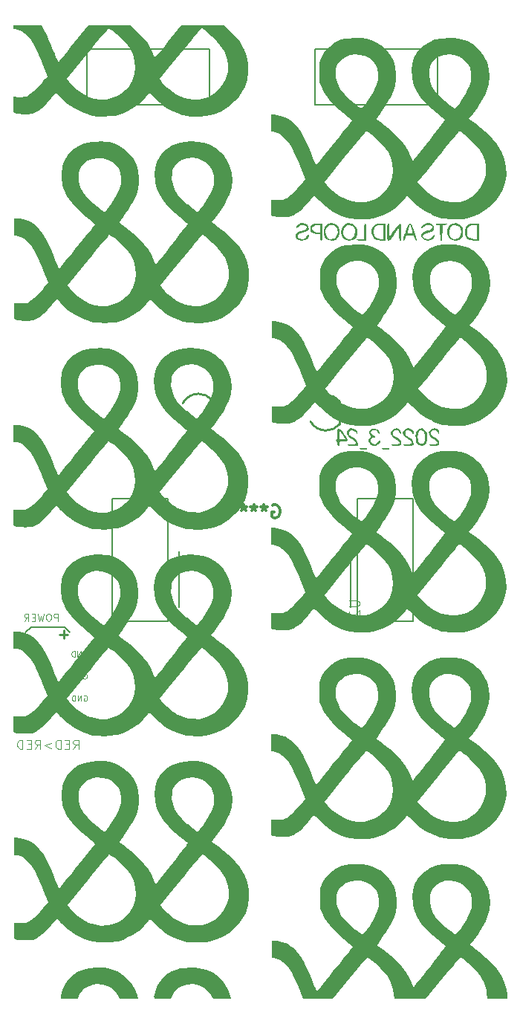
<source format=gbr>
%TF.GenerationSoftware,KiCad,Pcbnew,(6.0.2-0)*%
%TF.CreationDate,2022-03-24T13:34:33-04:00*%
%TF.ProjectId,dots-test,646f7473-2d74-4657-9374-2e6b69636164,rev?*%
%TF.SameCoordinates,Original*%
%TF.FileFunction,Legend,Bot*%
%TF.FilePolarity,Positive*%
%FSLAX46Y46*%
G04 Gerber Fmt 4.6, Leading zero omitted, Abs format (unit mm)*
G04 Created by KiCad (PCBNEW (6.0.2-0)) date 2022-03-24 13:34:33*
%MOMM*%
%LPD*%
G01*
G04 APERTURE LIST*
%ADD10C,0.091440*%
%ADD11C,0.114300*%
%ADD12C,0.228600*%
%ADD13C,0.071120*%
%ADD14C,0.300000*%
%ADD15C,0.093472*%
%ADD16C,0.254000*%
%ADD17C,0.203200*%
%ADD18C,0.152400*%
%ADD19C,0.127000*%
%ADD20C,0.200000*%
G04 APERTURE END LIST*
D10*
%TO.C,C1*%
X134725301Y-120853925D02*
X135075821Y-120353182D01*
X135326192Y-120853925D02*
X135326192Y-119802365D01*
X134925598Y-119802365D01*
X134825449Y-119852440D01*
X134775375Y-119902514D01*
X134725301Y-120002662D01*
X134725301Y-120152885D01*
X134775375Y-120253034D01*
X134825449Y-120303108D01*
X134925598Y-120353182D01*
X135326192Y-120353182D01*
X134274632Y-120303108D02*
X133924112Y-120303108D01*
X133773889Y-120853925D02*
X134274632Y-120853925D01*
X134274632Y-119802365D01*
X133773889Y-119802365D01*
X133323221Y-120853925D02*
X133323221Y-119802365D01*
X133072849Y-119802365D01*
X132922626Y-119852440D01*
X132822478Y-119952588D01*
X132772404Y-120052737D01*
X132722329Y-120253034D01*
X132722329Y-120403257D01*
X132772404Y-120603554D01*
X132822478Y-120703702D01*
X132922626Y-120803851D01*
X133072849Y-120853925D01*
X133323221Y-120853925D01*
X132271661Y-120152885D02*
X131470472Y-120453331D01*
X132271661Y-120753777D01*
X130368838Y-120853925D02*
X130719358Y-120353182D01*
X130969729Y-120853925D02*
X130969729Y-119802365D01*
X130569135Y-119802365D01*
X130468986Y-119852440D01*
X130418912Y-119902514D01*
X130368838Y-120002662D01*
X130368838Y-120152885D01*
X130418912Y-120253034D01*
X130468986Y-120303108D01*
X130569135Y-120353182D01*
X130969729Y-120353182D01*
X129918169Y-120303108D02*
X129567649Y-120303108D01*
X129417426Y-120853925D02*
X129918169Y-120853925D01*
X129918169Y-119802365D01*
X129417426Y-119802365D01*
X128966758Y-120853925D02*
X128966758Y-119802365D01*
X128716386Y-119802365D01*
X128566164Y-119852440D01*
X128466015Y-119952588D01*
X128415941Y-120052737D01*
X128365866Y-120253034D01*
X128365866Y-120403257D01*
X128415941Y-120603554D01*
X128466015Y-120703702D01*
X128566164Y-120803851D01*
X128716386Y-120853925D01*
X128966758Y-120853925D01*
D11*
X135920752Y-112246725D02*
X135982437Y-112215882D01*
X136074966Y-112215882D01*
X136167495Y-112246725D01*
X136229180Y-112308410D01*
X136260023Y-112370096D01*
X136290866Y-112493467D01*
X136290866Y-112585996D01*
X136260023Y-112709367D01*
X136229180Y-112771053D01*
X136167495Y-112832739D01*
X136074966Y-112863582D01*
X136013280Y-112863582D01*
X135920752Y-112832739D01*
X135889909Y-112801896D01*
X135889909Y-112585996D01*
X136013280Y-112585996D01*
X135612323Y-112863582D02*
X135612323Y-112215882D01*
X135242209Y-112863582D01*
X135242209Y-112215882D01*
X134933780Y-112863582D02*
X134933780Y-112215882D01*
X134779566Y-112215882D01*
X134687037Y-112246725D01*
X134625352Y-112308410D01*
X134594509Y-112370096D01*
X134563666Y-112493467D01*
X134563666Y-112585996D01*
X134594509Y-112709367D01*
X134625352Y-112771053D01*
X134687037Y-112832739D01*
X134779566Y-112863582D01*
X134933780Y-112863582D01*
D12*
X135809990Y-117047059D02*
X134823018Y-117047059D01*
D13*
X132990038Y-106260053D02*
X132990038Y-105442173D01*
X132678465Y-105442173D01*
X132600572Y-105481120D01*
X132561625Y-105520066D01*
X132522678Y-105597960D01*
X132522678Y-105714800D01*
X132561625Y-105792693D01*
X132600572Y-105831640D01*
X132678465Y-105870586D01*
X132990038Y-105870586D01*
X132016372Y-105442173D02*
X131860585Y-105442173D01*
X131782692Y-105481120D01*
X131704798Y-105559013D01*
X131665852Y-105714800D01*
X131665852Y-105987426D01*
X131704798Y-106143213D01*
X131782692Y-106221106D01*
X131860585Y-106260053D01*
X132016372Y-106260053D01*
X132094265Y-106221106D01*
X132172158Y-106143213D01*
X132211105Y-105987426D01*
X132211105Y-105714800D01*
X132172158Y-105559013D01*
X132094265Y-105481120D01*
X132016372Y-105442173D01*
X131393225Y-105442173D02*
X131198492Y-106260053D01*
X131042705Y-105675853D01*
X130886918Y-106260053D01*
X130692185Y-105442173D01*
X130380612Y-105831640D02*
X130107985Y-105831640D01*
X129991145Y-106260053D02*
X130380612Y-106260053D01*
X130380612Y-105442173D01*
X129991145Y-105442173D01*
X129173265Y-106260053D02*
X129445892Y-105870586D01*
X129640625Y-106260053D02*
X129640625Y-105442173D01*
X129329052Y-105442173D01*
X129251158Y-105481120D01*
X129212212Y-105520066D01*
X129173265Y-105597960D01*
X129173265Y-105714800D01*
X129212212Y-105792693D01*
X129251158Y-105831640D01*
X129329052Y-105870586D01*
X129640625Y-105870586D01*
D12*
X133644431Y-107296589D02*
X133644431Y-108283560D01*
X134137917Y-107790074D02*
X133150945Y-107790074D01*
D11*
X135948036Y-114768209D02*
X136009721Y-114737366D01*
X136102250Y-114737366D01*
X136194779Y-114768209D01*
X136256464Y-114829894D01*
X136287307Y-114891580D01*
X136318150Y-115014951D01*
X136318150Y-115107480D01*
X136287307Y-115230851D01*
X136256464Y-115292537D01*
X136194779Y-115354223D01*
X136102250Y-115385066D01*
X136040564Y-115385066D01*
X135948036Y-115354223D01*
X135917193Y-115323380D01*
X135917193Y-115107480D01*
X136040564Y-115107480D01*
X135639607Y-115385066D02*
X135639607Y-114737366D01*
X135269493Y-115385066D01*
X135269493Y-114737366D01*
X134961064Y-115385066D02*
X134961064Y-114737366D01*
X134806850Y-114737366D01*
X134714321Y-114768209D01*
X134652636Y-114829894D01*
X134621793Y-114891580D01*
X134590950Y-115014951D01*
X134590950Y-115107480D01*
X134621793Y-115230851D01*
X134652636Y-115292537D01*
X134714321Y-115354223D01*
X134806850Y-115385066D01*
X134961064Y-115385066D01*
X135893470Y-109725247D02*
X135955155Y-109694404D01*
X136047684Y-109694404D01*
X136140213Y-109725247D01*
X136201898Y-109786932D01*
X136232741Y-109848618D01*
X136263584Y-109971989D01*
X136263584Y-110064518D01*
X136232741Y-110187889D01*
X136201898Y-110249575D01*
X136140213Y-110311261D01*
X136047684Y-110342104D01*
X135985998Y-110342104D01*
X135893470Y-110311261D01*
X135862627Y-110280418D01*
X135862627Y-110064518D01*
X135985998Y-110064518D01*
X135585041Y-110342104D02*
X135585041Y-109694404D01*
X135214927Y-110342104D01*
X135214927Y-109694404D01*
X134906498Y-110342104D02*
X134906498Y-109694404D01*
X134752284Y-109694404D01*
X134659755Y-109725247D01*
X134598070Y-109786932D01*
X134567227Y-109848618D01*
X134536384Y-109971989D01*
X134536384Y-110064518D01*
X134567227Y-110187889D01*
X134598070Y-110249575D01*
X134659755Y-110311261D01*
X134752284Y-110342104D01*
X134906498Y-110342104D01*
D14*
%TO.C,G\u002A\u002A\u002A*%
X157425571Y-93091000D02*
X157570714Y-93018428D01*
X157788428Y-93018428D01*
X158006142Y-93091000D01*
X158151285Y-93236142D01*
X158223857Y-93381285D01*
X158296428Y-93671571D01*
X158296428Y-93889285D01*
X158223857Y-94179571D01*
X158151285Y-94324714D01*
X158006142Y-94469857D01*
X157788428Y-94542428D01*
X157643285Y-94542428D01*
X157425571Y-94469857D01*
X157353000Y-94397285D01*
X157353000Y-93889285D01*
X157643285Y-93889285D01*
X156482142Y-93018428D02*
X156482142Y-93381285D01*
X156845000Y-93236142D02*
X156482142Y-93381285D01*
X156119285Y-93236142D01*
X156699857Y-93671571D02*
X156482142Y-93381285D01*
X156264428Y-93671571D01*
X155321000Y-93018428D02*
X155321000Y-93381285D01*
X155683857Y-93236142D02*
X155321000Y-93381285D01*
X154958142Y-93236142D01*
X155538714Y-93671571D02*
X155321000Y-93381285D01*
X155103285Y-93671571D01*
X154159857Y-93018428D02*
X154159857Y-93381285D01*
X154522714Y-93236142D02*
X154159857Y-93381285D01*
X153797000Y-93236142D01*
X154377571Y-93671571D02*
X154159857Y-93381285D01*
X153942142Y-93671571D01*
D15*
%TO.C,U2*%
X166154710Y-103939312D02*
X167107138Y-103939312D01*
X167219188Y-103995338D01*
X167275213Y-104051363D01*
X167331238Y-104163413D01*
X167331238Y-104387514D01*
X167275213Y-104499564D01*
X167219188Y-104555589D01*
X167107138Y-104611614D01*
X166154710Y-104611614D01*
X166266761Y-105115840D02*
X166210736Y-105171866D01*
X166154710Y-105283916D01*
X166154710Y-105564042D01*
X166210736Y-105676092D01*
X166266761Y-105732117D01*
X166378811Y-105788142D01*
X166490861Y-105788142D01*
X166658937Y-105732117D01*
X167331238Y-105059815D01*
X167331238Y-105788142D01*
D16*
%TO.C,D1*%
X150596100Y-83702400D02*
X150596100Y-83245200D01*
X150596100Y-81111600D02*
X150596100Y-81619600D01*
X150582300Y-81106100D02*
G75*
G03*
X149021300Y-80375000I-1560986J-1300897D01*
G01*
X149021300Y-84439000D02*
G75*
G03*
X150572500Y-83719600I36J2032003D01*
G01*
X147257000Y-83415200D02*
G75*
G03*
X149021300Y-84439000I1764241J1008196D01*
G01*
X149021300Y-80375000D02*
G75*
G03*
X147228400Y-81450800I60J-2032000D01*
G01*
%TO.C,D2*%
X165116500Y-81238600D02*
X165116500Y-81746600D01*
X165116500Y-83829400D02*
X165116500Y-83372200D01*
X165102700Y-81233100D02*
G75*
G03*
X163541700Y-80502000I-1560986J-1300897D01*
G01*
X163541700Y-84566000D02*
G75*
G03*
X165092900Y-83846600I36J2032003D01*
G01*
X163541700Y-80502000D02*
G75*
G03*
X161748800Y-81577800I60J-2032000D01*
G01*
X161777400Y-83542200D02*
G75*
G03*
X163541700Y-84566000I1764241J1008196D01*
G01*
D17*
%TO.C,U1*%
X176297000Y-47493000D02*
X162327000Y-47493000D01*
X145487000Y-92333000D02*
X145487000Y-106303000D01*
X136327000Y-47493000D02*
X136327000Y-41143000D01*
X150297000Y-47493000D02*
X136327000Y-47493000D01*
X173487000Y-106303000D02*
X167137000Y-106303000D01*
X139137000Y-106303000D02*
X139137000Y-92333000D01*
X162327000Y-47493000D02*
X162327000Y-41143000D01*
X173487000Y-92333000D02*
X173487000Y-106303000D01*
X136327000Y-41143000D02*
X150297000Y-41143000D01*
X176297000Y-41143000D02*
X176297000Y-47493000D01*
X162327000Y-41143000D02*
X176297000Y-41143000D01*
X167137000Y-92333000D02*
X173487000Y-92333000D01*
X150297000Y-41143000D02*
X150297000Y-47493000D01*
X139137000Y-92333000D02*
X145487000Y-92333000D01*
X167137000Y-106303000D02*
X167137000Y-92333000D01*
X145487000Y-106303000D02*
X139137000Y-106303000D01*
D18*
%TO.C,C1*%
X133731000Y-106934000D02*
X129921000Y-106934000D01*
X129921000Y-106934000D02*
X129286000Y-107569000D01*
X134366000Y-107569000D02*
X133731000Y-106934000D01*
%TO.C,G\u002A\u002A\u002A*%
G36*
X152686472Y-103932708D02*
G01*
X152443110Y-104769794D01*
X152251651Y-105211317D01*
X151867472Y-105936556D01*
X151403471Y-106670430D01*
X150893529Y-107356383D01*
X150448642Y-107904916D01*
X150689438Y-108078456D01*
X151196406Y-108458495D01*
X151759810Y-108909814D01*
X152302151Y-109371316D01*
X152783069Y-109808585D01*
X153162204Y-110187203D01*
X153671183Y-110802268D01*
X154173543Y-111622570D01*
X154515581Y-112482031D01*
X154694918Y-113372086D01*
X154695221Y-113391480D01*
X154709180Y-114284173D01*
X154555989Y-115209727D01*
X154508530Y-115386390D01*
X154292805Y-116008603D01*
X154007191Y-116560123D01*
X153623592Y-117088310D01*
X153113913Y-117640522D01*
X153093266Y-117661024D01*
X152356844Y-118299140D01*
X151586178Y-118781575D01*
X150754777Y-119122018D01*
X149836152Y-119334156D01*
X149719555Y-119349762D01*
X149267014Y-119380036D01*
X148734837Y-119382970D01*
X148185142Y-119360646D01*
X147680046Y-119315146D01*
X147281665Y-119248550D01*
X147103059Y-119195162D01*
X146772727Y-119072453D01*
X146381396Y-118909131D01*
X145980474Y-118725849D01*
X145802717Y-118639539D01*
X145459941Y-118460929D01*
X145176328Y-118285403D01*
X144908175Y-118081074D01*
X144611779Y-117816055D01*
X144243438Y-117458459D01*
X143903082Y-117127006D01*
X143648977Y-116894638D01*
X143478044Y-116761866D01*
X143373850Y-116715980D01*
X143319960Y-116744270D01*
X143215409Y-116899408D01*
X142993088Y-117171512D01*
X142710552Y-117481361D01*
X142406506Y-117786969D01*
X142119655Y-118046350D01*
X141964549Y-118167916D01*
X141477373Y-118485452D01*
X140908543Y-118788392D01*
X140319737Y-119045724D01*
X139772632Y-119226437D01*
X139522825Y-119281199D01*
X138928542Y-119356075D01*
X138267711Y-119382388D01*
X137597912Y-119360974D01*
X136976726Y-119292669D01*
X136461731Y-119178313D01*
X135767116Y-118926505D01*
X134914332Y-118491707D01*
X134126748Y-117928236D01*
X133371914Y-117215479D01*
X133206138Y-117042076D01*
X132988319Y-116822513D01*
X132834176Y-116677738D01*
X132769536Y-116632734D01*
X132712261Y-116701591D01*
X132567910Y-116875717D01*
X132359038Y-117127903D01*
X132107912Y-117431273D01*
X131913308Y-117662573D01*
X131519463Y-118097307D01*
X131163910Y-118431658D01*
X130811767Y-118696607D01*
X130428151Y-118923134D01*
X130314830Y-118980154D01*
X130119563Y-119055223D01*
X129900469Y-119097998D01*
X129608943Y-119116139D01*
X129196378Y-119117310D01*
X128975725Y-119112161D01*
X128602353Y-119090028D01*
X128298069Y-119055435D01*
X128113268Y-119013225D01*
X127879656Y-118917406D01*
X127879656Y-117150176D01*
X128580492Y-117160306D01*
X128851897Y-117160390D01*
X129166570Y-117139317D01*
X129406430Y-117084124D01*
X129628519Y-116985283D01*
X129645581Y-116975802D01*
X129865700Y-116816927D01*
X130161390Y-116558664D01*
X130503441Y-116230012D01*
X130862640Y-115859975D01*
X131209776Y-115477553D01*
X131510918Y-115117392D01*
X134003099Y-115117392D01*
X134259692Y-115441367D01*
X134344012Y-115545205D01*
X134963392Y-116180210D01*
X135662819Y-116704201D01*
X136412256Y-117097650D01*
X137181662Y-117341026D01*
X137802671Y-117436608D01*
X138466121Y-117435004D01*
X139101168Y-117303653D01*
X139758242Y-117036597D01*
X140186724Y-116780376D01*
X140683106Y-116372721D01*
X141109674Y-115902706D01*
X141417930Y-115417638D01*
X141468916Y-115308342D01*
X141534444Y-115104708D01*
X144613350Y-115104708D01*
X144780514Y-115339468D01*
X144882672Y-115468068D01*
X145143666Y-115747214D01*
X145472652Y-116062712D01*
X145825355Y-116374512D01*
X146157502Y-116642565D01*
X146424817Y-116826824D01*
X146602143Y-116921722D01*
X146950016Y-117081744D01*
X147297480Y-117217364D01*
X147407165Y-117252338D01*
X147905621Y-117361680D01*
X148461022Y-117423236D01*
X149001931Y-117431581D01*
X149456913Y-117381294D01*
X150134852Y-117162452D01*
X150783738Y-116794009D01*
X151350967Y-116304833D01*
X151815183Y-115717397D01*
X152155033Y-115054173D01*
X152349160Y-114337636D01*
X152373633Y-114155403D01*
X152386804Y-113391480D01*
X152246504Y-112658811D01*
X151948697Y-111947092D01*
X151489352Y-111246021D01*
X150864432Y-110545292D01*
X150545188Y-110236934D01*
X150218522Y-109937178D01*
X149933738Y-109691120D01*
X149729072Y-109532856D01*
X149644708Y-109476533D01*
X149454442Y-109367088D01*
X149337967Y-109347476D01*
X149250410Y-109405782D01*
X149223604Y-109436636D01*
X149096625Y-109589163D01*
X148880552Y-109851925D01*
X148587133Y-110210530D01*
X148228121Y-110650581D01*
X147815266Y-111157685D01*
X147360320Y-111717448D01*
X146875032Y-112315476D01*
X145651589Y-113824294D01*
X144613350Y-115104708D01*
X141534444Y-115104708D01*
X141700911Y-114587400D01*
X141784822Y-113824294D01*
X141722715Y-113050674D01*
X141516656Y-112298191D01*
X141168709Y-111598498D01*
X140957837Y-111304244D01*
X140677491Y-110971493D01*
X140351988Y-110623615D01*
X140003779Y-110281018D01*
X139655318Y-109964114D01*
X139329059Y-109693314D01*
X139047453Y-109489028D01*
X138832955Y-109371666D01*
X138708017Y-109361640D01*
X138675585Y-109393945D01*
X138542374Y-109546022D01*
X138321028Y-109808209D01*
X138023144Y-110166465D01*
X137660320Y-110606748D01*
X137244153Y-111115017D01*
X136786240Y-111677229D01*
X136298180Y-112279343D01*
X134003099Y-115117392D01*
X131510918Y-115117392D01*
X131515638Y-115111747D01*
X131773306Y-114786414D01*
X131284122Y-113558001D01*
X131005581Y-112876494D01*
X130609149Y-111977261D01*
X130245232Y-111243117D01*
X129913364Y-110673145D01*
X129613082Y-110266430D01*
X129533040Y-110179652D01*
X129190410Y-109879540D01*
X128808542Y-109630919D01*
X128435119Y-109461456D01*
X128117826Y-109398820D01*
X127879656Y-109398820D01*
X127879656Y-107444974D01*
X128201607Y-107444974D01*
X128565008Y-107478723D01*
X129034819Y-107581828D01*
X129498230Y-107732736D01*
X129875977Y-107909457D01*
X129896220Y-107921749D01*
X130133661Y-108093258D01*
X130422290Y-108335871D01*
X130704204Y-108601226D01*
X130815953Y-108718316D01*
X131069547Y-109025635D01*
X131316803Y-109392050D01*
X131568893Y-109838245D01*
X131836992Y-110384907D01*
X132132274Y-111052718D01*
X132465914Y-111862365D01*
X132598025Y-112190355D01*
X132758850Y-112587093D01*
X132889055Y-112905309D01*
X132977815Y-113118594D01*
X133014309Y-113200537D01*
X133014946Y-113200557D01*
X133077732Y-113133223D01*
X133231687Y-112952009D01*
X133462724Y-112674287D01*
X133756756Y-112317430D01*
X134099696Y-111898810D01*
X134477457Y-111435798D01*
X134875953Y-110945767D01*
X135281096Y-110446088D01*
X135678800Y-109954133D01*
X136054978Y-109487276D01*
X136395543Y-109062886D01*
X136686408Y-108698337D01*
X136913486Y-108411001D01*
X137062691Y-108218249D01*
X137119935Y-108137453D01*
X137091417Y-108088565D01*
X136954059Y-107952034D01*
X136727996Y-107756416D01*
X136440336Y-107526099D01*
X136108099Y-107262035D01*
X135221595Y-106473198D01*
X134499652Y-105689332D01*
X133943934Y-104912388D01*
X133556106Y-104144318D01*
X133482081Y-103939806D01*
X133422880Y-103706106D01*
X133387336Y-103434723D01*
X133370002Y-103081639D01*
X133367865Y-102857683D01*
X135272781Y-102857683D01*
X135304316Y-103273584D01*
X135479915Y-103914108D01*
X135813125Y-104539719D01*
X136308007Y-105157402D01*
X136968621Y-105774137D01*
X137104684Y-105886528D01*
X137424733Y-106146794D01*
X137713722Y-106376738D01*
X137922198Y-106536807D01*
X138237984Y-106769787D01*
X138739565Y-106138600D01*
X139035209Y-105749481D01*
X139536606Y-104970396D01*
X139880179Y-104234241D01*
X140068224Y-103533784D01*
X140103039Y-102861791D01*
X139986921Y-102211029D01*
X139819757Y-101810687D01*
X139489559Y-101362582D01*
X139058599Y-101008697D01*
X138553889Y-100755495D01*
X138002442Y-100609438D01*
X137431267Y-100576989D01*
X136867376Y-100664610D01*
X136337781Y-100878764D01*
X135869494Y-101225913D01*
X135803743Y-101291279D01*
X135543725Y-101605569D01*
X135380329Y-101939212D01*
X135295900Y-102340490D01*
X135272781Y-102857683D01*
X133367865Y-102857683D01*
X133365434Y-102602833D01*
X133368499Y-102195920D01*
X133383362Y-101823599D01*
X133415464Y-101541485D01*
X133470135Y-101306042D01*
X133552709Y-101073736D01*
X133642715Y-100869912D01*
X134035987Y-100236967D01*
X134556402Y-99682244D01*
X135175529Y-99232300D01*
X135864940Y-98913695D01*
X135879430Y-98908841D01*
X136256922Y-98819904D01*
X136746557Y-98754412D01*
X137294459Y-98714905D01*
X137846753Y-98703923D01*
X138349565Y-98724006D01*
X138749019Y-98777696D01*
X138782917Y-98785255D01*
X139320693Y-98954666D01*
X139880176Y-99208800D01*
X140397683Y-99514828D01*
X140809531Y-99839921D01*
X141123524Y-100162939D01*
X141560951Y-100737422D01*
X141864260Y-101349672D01*
X142049474Y-102035934D01*
X142132619Y-102832452D01*
X142132453Y-102861791D01*
X142129073Y-103460801D01*
X142039574Y-104109257D01*
X141846816Y-104751551D01*
X141537600Y-105445659D01*
X141455282Y-105599919D01*
X141232339Y-105976944D01*
X140951378Y-106418253D01*
X140642925Y-106877774D01*
X140337508Y-107309436D01*
X140065651Y-107667167D01*
X139853418Y-107931836D01*
X140581374Y-108460731D01*
X140643598Y-108506200D01*
X141422329Y-109122059D01*
X142123211Y-109763389D01*
X142730476Y-110411963D01*
X143228354Y-111049554D01*
X143601074Y-111657934D01*
X143832866Y-112218877D01*
X143905540Y-112442961D01*
X143981772Y-112627646D01*
X144032095Y-112690496D01*
X144044646Y-112682257D01*
X144150194Y-112574241D01*
X144338045Y-112358020D01*
X144593615Y-112052055D01*
X144902323Y-111674802D01*
X145249587Y-111244722D01*
X145620825Y-110780272D01*
X146001455Y-110299912D01*
X146376896Y-109822099D01*
X146732564Y-109365294D01*
X147053879Y-108947954D01*
X147326258Y-108588538D01*
X147535120Y-108305505D01*
X147665882Y-108117314D01*
X147703962Y-108042423D01*
X147697934Y-108037063D01*
X147588925Y-107946679D01*
X147378762Y-107776103D01*
X147094963Y-107547581D01*
X146765044Y-107283361D01*
X146263764Y-106866675D01*
X145518501Y-106162999D01*
X144926781Y-105474456D01*
X144480646Y-104787899D01*
X144172139Y-104090179D01*
X143993303Y-103368146D01*
X143962744Y-102961825D01*
X145904928Y-102961825D01*
X145993267Y-103586910D01*
X146200209Y-104173834D01*
X146537410Y-104733098D01*
X147017029Y-105284802D01*
X147651223Y-105849048D01*
X147716249Y-105901384D01*
X148028204Y-106149689D01*
X148320066Y-106378125D01*
X148536046Y-106542942D01*
X148846951Y-106773860D01*
X149367862Y-106111256D01*
X149464342Y-105984125D01*
X149757518Y-105558069D01*
X150049283Y-105086295D01*
X150288729Y-104649609D01*
X150369512Y-104487575D01*
X150521683Y-104167524D01*
X150615651Y-103921486D01*
X150665369Y-103694520D01*
X150684790Y-103431683D01*
X150687869Y-103078037D01*
X150686504Y-102868238D01*
X150672585Y-102543048D01*
X150634125Y-102303156D01*
X150559567Y-102092063D01*
X150437356Y-101853274D01*
X150269079Y-101591055D01*
X149852652Y-101155281D01*
X149350075Y-100835658D01*
X148789962Y-100637294D01*
X148200926Y-100565297D01*
X147611579Y-100624776D01*
X147050535Y-100820840D01*
X146546407Y-101158597D01*
X146452960Y-101244181D01*
X146166423Y-101579396D01*
X145989084Y-101950668D01*
X145906676Y-102398107D01*
X145904928Y-102961825D01*
X143962744Y-102961825D01*
X143936182Y-102608652D01*
X143937813Y-102466777D01*
X144010254Y-101683854D01*
X144196332Y-101008449D01*
X144504668Y-100417273D01*
X144943887Y-99887033D01*
X145301986Y-99564071D01*
X145896480Y-99170364D01*
X146558505Y-98900342D01*
X147311981Y-98745203D01*
X148180827Y-98696149D01*
X148819193Y-98721783D01*
X149579637Y-98841634D01*
X150251369Y-99070360D01*
X150866923Y-99419933D01*
X151458835Y-99902325D01*
X151666603Y-100111328D01*
X152155059Y-100759109D01*
X152505396Y-101485525D01*
X152713492Y-102270187D01*
X152774124Y-103078037D01*
X152775225Y-103092710D01*
X152686472Y-103932708D01*
G37*
G36*
X182164064Y-68593578D02*
G01*
X181920702Y-69430664D01*
X181729243Y-69872186D01*
X181345064Y-70597426D01*
X180881063Y-71331300D01*
X180371121Y-72017252D01*
X179926234Y-72565785D01*
X180167030Y-72739326D01*
X180673998Y-73119365D01*
X181237402Y-73570683D01*
X181779743Y-74032186D01*
X182260661Y-74469455D01*
X182639796Y-74848073D01*
X183148775Y-75463137D01*
X183651135Y-76283440D01*
X183993173Y-77142900D01*
X184172510Y-78032956D01*
X184172813Y-78052349D01*
X184186772Y-78945042D01*
X184033581Y-79870597D01*
X183986122Y-80047260D01*
X183770397Y-80669472D01*
X183484783Y-81220993D01*
X183101184Y-81749180D01*
X182591505Y-82301392D01*
X182570858Y-82321894D01*
X181834436Y-82960009D01*
X181063770Y-83442445D01*
X180232369Y-83782888D01*
X179313744Y-83995026D01*
X179197147Y-84010631D01*
X178744606Y-84040906D01*
X178212429Y-84043840D01*
X177662734Y-84021516D01*
X177157638Y-83976015D01*
X176759257Y-83909420D01*
X176580651Y-83856032D01*
X176250318Y-83733322D01*
X175858988Y-83570001D01*
X175458066Y-83386719D01*
X175280309Y-83300408D01*
X174937533Y-83121798D01*
X174653920Y-82946272D01*
X174385767Y-82741943D01*
X174089371Y-82476924D01*
X173721030Y-82119328D01*
X173380674Y-81787876D01*
X173126569Y-81555507D01*
X172955636Y-81422735D01*
X172851442Y-81376849D01*
X172797552Y-81405140D01*
X172693001Y-81560277D01*
X172470680Y-81832381D01*
X172188144Y-82142231D01*
X171884098Y-82447839D01*
X171597247Y-82707219D01*
X171442141Y-82828786D01*
X170954965Y-83146321D01*
X170386135Y-83449261D01*
X169797329Y-83706594D01*
X169250224Y-83887307D01*
X169000417Y-83942069D01*
X168406134Y-84016945D01*
X167745303Y-84043257D01*
X167075504Y-84021843D01*
X166454318Y-83953539D01*
X165939323Y-83839182D01*
X165244708Y-83587375D01*
X164391924Y-83152576D01*
X163604340Y-82589105D01*
X162849506Y-81876349D01*
X162683730Y-81702946D01*
X162465911Y-81483383D01*
X162311768Y-81338607D01*
X162247128Y-81293604D01*
X162189853Y-81362461D01*
X162045502Y-81536587D01*
X161836630Y-81788772D01*
X161585504Y-82092143D01*
X161390900Y-82323443D01*
X160997055Y-82758176D01*
X160641502Y-83092527D01*
X160289358Y-83357476D01*
X159905742Y-83584003D01*
X159792422Y-83641023D01*
X159597155Y-83716093D01*
X159378061Y-83758867D01*
X159086535Y-83777009D01*
X158673970Y-83778179D01*
X158453317Y-83773031D01*
X158079945Y-83750898D01*
X157775661Y-83716305D01*
X157590860Y-83674094D01*
X157357248Y-83578276D01*
X157357248Y-81811045D01*
X158058084Y-81821176D01*
X158329489Y-81821260D01*
X158644162Y-81800187D01*
X158884022Y-81744993D01*
X159106111Y-81646153D01*
X159123173Y-81636671D01*
X159343292Y-81477797D01*
X159638982Y-81219533D01*
X159981033Y-80890882D01*
X160340232Y-80520844D01*
X160687368Y-80138422D01*
X160988509Y-79778262D01*
X163480691Y-79778262D01*
X163737284Y-80102237D01*
X163821604Y-80206075D01*
X164440984Y-80841080D01*
X165140411Y-81365071D01*
X165889848Y-81758519D01*
X166659254Y-82001895D01*
X167280263Y-82097478D01*
X167943713Y-82095873D01*
X168578760Y-81964522D01*
X169235834Y-81697467D01*
X169664316Y-81441245D01*
X170160698Y-81033591D01*
X170587266Y-80563575D01*
X170895522Y-80078507D01*
X170946508Y-79969212D01*
X171012036Y-79765578D01*
X174090942Y-79765578D01*
X174258106Y-80000338D01*
X174360264Y-80128937D01*
X174621258Y-80408084D01*
X174950244Y-80723582D01*
X175302947Y-81035381D01*
X175635094Y-81303435D01*
X175902409Y-81487693D01*
X176079735Y-81582592D01*
X176427608Y-81742614D01*
X176775072Y-81878234D01*
X176884757Y-81913207D01*
X177383213Y-82022550D01*
X177938613Y-82084105D01*
X178479523Y-82092451D01*
X178934505Y-82042164D01*
X179612444Y-81823322D01*
X180261330Y-81454879D01*
X180828558Y-80965703D01*
X181292775Y-80378266D01*
X181632625Y-79715043D01*
X181826752Y-78998505D01*
X181851225Y-78816273D01*
X181864396Y-78052349D01*
X181724096Y-77319680D01*
X181426289Y-76607962D01*
X180966944Y-75906890D01*
X180342024Y-75206162D01*
X180022780Y-74897804D01*
X179696114Y-74598047D01*
X179411330Y-74351989D01*
X179206664Y-74193726D01*
X179122300Y-74137402D01*
X178932034Y-74027958D01*
X178815559Y-74008345D01*
X178728002Y-74066651D01*
X178701196Y-74097505D01*
X178574217Y-74250032D01*
X178358144Y-74512795D01*
X178064725Y-74871399D01*
X177705713Y-75311450D01*
X177292858Y-75818555D01*
X176837912Y-76378318D01*
X176352624Y-76976346D01*
X175129182Y-78485163D01*
X174090942Y-79765578D01*
X171012036Y-79765578D01*
X171178503Y-79248270D01*
X171262414Y-78485163D01*
X171200307Y-77711543D01*
X170994248Y-76959061D01*
X170646301Y-76259367D01*
X170435429Y-75965113D01*
X170155083Y-75632363D01*
X169829580Y-75284484D01*
X169481371Y-74941888D01*
X169132910Y-74624984D01*
X168806651Y-74354184D01*
X168525045Y-74149897D01*
X168310547Y-74032536D01*
X168185609Y-74022509D01*
X168153177Y-74054814D01*
X168019966Y-74206892D01*
X167798620Y-74469079D01*
X167500736Y-74827335D01*
X167137912Y-75267618D01*
X166721745Y-75775886D01*
X166263832Y-76338099D01*
X165775772Y-76940213D01*
X163480691Y-79778262D01*
X160988509Y-79778262D01*
X160993230Y-79772616D01*
X161250898Y-79447284D01*
X160761714Y-78218871D01*
X160483173Y-77537364D01*
X160086741Y-76638131D01*
X159722824Y-75903986D01*
X159390956Y-75334015D01*
X159090674Y-74927300D01*
X159010632Y-74840522D01*
X158668002Y-74540410D01*
X158286134Y-74291788D01*
X157912711Y-74122325D01*
X157595418Y-74059689D01*
X157357248Y-74059689D01*
X157357248Y-72105843D01*
X157679199Y-72105843D01*
X158042600Y-72139593D01*
X158512411Y-72242698D01*
X158975822Y-72393605D01*
X159353569Y-72570327D01*
X159373812Y-72582619D01*
X159611253Y-72754127D01*
X159899882Y-72996740D01*
X160181796Y-73262095D01*
X160293545Y-73379186D01*
X160547139Y-73686504D01*
X160794395Y-74052919D01*
X161046485Y-74499115D01*
X161314584Y-75045776D01*
X161609866Y-75713588D01*
X161943506Y-76523234D01*
X162075617Y-76851225D01*
X162236442Y-77247963D01*
X162366647Y-77566179D01*
X162455407Y-77779463D01*
X162491901Y-77861406D01*
X162492538Y-77861427D01*
X162555324Y-77794092D01*
X162709279Y-77612878D01*
X162940316Y-77335157D01*
X163234348Y-76978300D01*
X163577288Y-76559680D01*
X163955049Y-76096668D01*
X164353545Y-75606636D01*
X164758688Y-75106957D01*
X165156392Y-74615003D01*
X165532570Y-74148145D01*
X165873135Y-73723756D01*
X166164000Y-73359207D01*
X166391078Y-73071870D01*
X166540283Y-72879118D01*
X166597527Y-72798323D01*
X166569009Y-72749435D01*
X166431651Y-72612903D01*
X166205588Y-72417285D01*
X165917928Y-72186969D01*
X165585691Y-71922904D01*
X164699187Y-71134068D01*
X163977244Y-70350201D01*
X163421526Y-69573257D01*
X163033698Y-68805187D01*
X162959673Y-68600675D01*
X162900472Y-68366975D01*
X162864928Y-68095593D01*
X162847594Y-67742509D01*
X162845457Y-67518552D01*
X164750373Y-67518552D01*
X164781908Y-67934453D01*
X164957507Y-68574977D01*
X165290717Y-69200589D01*
X165785599Y-69818271D01*
X166446213Y-70435007D01*
X166582276Y-70547397D01*
X166902325Y-70807664D01*
X167191314Y-71037608D01*
X167399790Y-71197676D01*
X167715576Y-71430657D01*
X168217157Y-70799470D01*
X168512801Y-70410350D01*
X169014198Y-69631265D01*
X169357770Y-68895110D01*
X169545816Y-68194653D01*
X169580631Y-67522660D01*
X169464513Y-66871899D01*
X169297349Y-66471556D01*
X168967151Y-66023452D01*
X168536191Y-65669567D01*
X168031481Y-65416365D01*
X167480034Y-65270308D01*
X166908859Y-65237859D01*
X166344968Y-65325480D01*
X165815373Y-65539634D01*
X165347086Y-65886783D01*
X165281335Y-65952148D01*
X165021317Y-66266438D01*
X164857921Y-66600082D01*
X164773492Y-67001360D01*
X164750373Y-67518552D01*
X162845457Y-67518552D01*
X162843026Y-67263703D01*
X162846091Y-66856789D01*
X162860954Y-66484469D01*
X162893056Y-66202355D01*
X162947727Y-65966912D01*
X163030301Y-65734606D01*
X163120307Y-65530781D01*
X163513579Y-64897837D01*
X164033994Y-64343114D01*
X164653121Y-63893170D01*
X165342532Y-63574565D01*
X165357022Y-63569710D01*
X165734514Y-63480774D01*
X166224149Y-63415282D01*
X166772051Y-63375774D01*
X167324345Y-63364792D01*
X167827157Y-63384876D01*
X168226611Y-63438566D01*
X168260509Y-63446125D01*
X168798285Y-63615536D01*
X169357768Y-63869670D01*
X169875275Y-64175698D01*
X170287123Y-64500791D01*
X170601116Y-64823809D01*
X171038543Y-65398291D01*
X171341852Y-66010542D01*
X171527066Y-66696804D01*
X171610211Y-67493321D01*
X171610045Y-67522660D01*
X171606665Y-68121670D01*
X171517166Y-68770127D01*
X171324408Y-69412420D01*
X171015192Y-70106528D01*
X170932874Y-70260789D01*
X170709931Y-70637814D01*
X170428970Y-71079123D01*
X170120517Y-71538644D01*
X169815100Y-71970306D01*
X169543243Y-72328037D01*
X169331010Y-72592706D01*
X170058966Y-73121601D01*
X170121190Y-73167069D01*
X170899921Y-73782928D01*
X171600803Y-74424259D01*
X172208068Y-75072833D01*
X172705946Y-75710423D01*
X173078666Y-76318804D01*
X173310458Y-76879747D01*
X173383132Y-77103830D01*
X173459364Y-77288516D01*
X173509687Y-77351366D01*
X173522238Y-77343126D01*
X173627786Y-77235110D01*
X173815637Y-77018890D01*
X174071207Y-76712924D01*
X174379915Y-76335672D01*
X174727179Y-75905591D01*
X175098417Y-75441142D01*
X175479047Y-74960781D01*
X175854488Y-74482969D01*
X176210156Y-74026163D01*
X176531471Y-73608823D01*
X176803850Y-73249408D01*
X177012712Y-72966375D01*
X177143474Y-72778184D01*
X177181554Y-72703293D01*
X177175526Y-72697932D01*
X177066517Y-72607548D01*
X176856354Y-72436972D01*
X176572555Y-72208451D01*
X176242636Y-71944231D01*
X175741356Y-71527545D01*
X174996093Y-70823868D01*
X174404373Y-70135326D01*
X173958238Y-69448769D01*
X173649731Y-68751048D01*
X173470895Y-68029015D01*
X173440336Y-67622695D01*
X175382520Y-67622695D01*
X175470859Y-68247779D01*
X175677801Y-68834704D01*
X176015002Y-69393968D01*
X176494620Y-69945672D01*
X177128815Y-70509918D01*
X177193841Y-70562253D01*
X177505796Y-70810558D01*
X177797658Y-71038995D01*
X178013638Y-71203811D01*
X178324543Y-71434730D01*
X178845454Y-70772126D01*
X178941934Y-70644994D01*
X179235110Y-70218938D01*
X179526875Y-69747164D01*
X179766321Y-69310478D01*
X179847104Y-69148444D01*
X179999275Y-68828394D01*
X180093243Y-68582356D01*
X180142961Y-68355389D01*
X180162382Y-68092553D01*
X180165461Y-67738906D01*
X180164096Y-67529107D01*
X180150177Y-67203918D01*
X180111717Y-66964025D01*
X180037159Y-66752932D01*
X179914948Y-66514144D01*
X179746671Y-66251925D01*
X179330244Y-65816151D01*
X178827667Y-65496528D01*
X178267554Y-65298163D01*
X177678518Y-65226167D01*
X177089171Y-65285646D01*
X176528127Y-65481710D01*
X176023999Y-65819467D01*
X175930552Y-65905050D01*
X175644015Y-66240266D01*
X175466676Y-66611537D01*
X175384268Y-67058976D01*
X175382520Y-67622695D01*
X173440336Y-67622695D01*
X173413774Y-67269522D01*
X173415405Y-67127646D01*
X173487846Y-66344723D01*
X173673923Y-65669319D01*
X173982260Y-65078142D01*
X174421479Y-64547902D01*
X174779578Y-64224941D01*
X175374072Y-63831234D01*
X176036097Y-63561211D01*
X176789573Y-63406073D01*
X177658419Y-63357019D01*
X178296785Y-63382653D01*
X179057229Y-63502504D01*
X179728961Y-63731230D01*
X180344515Y-64080803D01*
X180936427Y-64563194D01*
X181144195Y-64772197D01*
X181632651Y-65419979D01*
X181982988Y-66146394D01*
X182191084Y-66931057D01*
X182251716Y-67738906D01*
X182252817Y-67753580D01*
X182164064Y-68593578D01*
G37*
G36*
X168036262Y-86556338D02*
G01*
X168238399Y-86587015D01*
X168315776Y-86632265D01*
X168261636Y-86670629D01*
X168077572Y-86704318D01*
X167806077Y-86717214D01*
X167575892Y-86708191D01*
X167373755Y-86677514D01*
X167296378Y-86632265D01*
X167350518Y-86593900D01*
X167534582Y-86560211D01*
X167806077Y-86547315D01*
X168036262Y-86556338D01*
G37*
G36*
X152771422Y-127463812D02*
G01*
X152528060Y-128300898D01*
X152336601Y-128742420D01*
X151952422Y-129467660D01*
X151488421Y-130201534D01*
X150978479Y-130887486D01*
X150533591Y-131436020D01*
X150774388Y-131609560D01*
X151281356Y-131989599D01*
X151844760Y-132440917D01*
X152387101Y-132902420D01*
X152868018Y-133339689D01*
X153247154Y-133718307D01*
X153756133Y-134333372D01*
X154258493Y-135153674D01*
X154600530Y-136013134D01*
X154779868Y-136903190D01*
X154780171Y-136922584D01*
X154794130Y-137815276D01*
X154640939Y-138740831D01*
X154593479Y-138917494D01*
X154377755Y-139539706D01*
X154092141Y-140091227D01*
X153708542Y-140619414D01*
X153198863Y-141171626D01*
X153178216Y-141192128D01*
X152441794Y-141830243D01*
X151671128Y-142312679D01*
X150839727Y-142653122D01*
X149921102Y-142865260D01*
X149804505Y-142880865D01*
X149351964Y-142911140D01*
X148819787Y-142914074D01*
X148270092Y-142891750D01*
X147764996Y-142846249D01*
X147366615Y-142779654D01*
X147188008Y-142726266D01*
X146857676Y-142603556D01*
X146466345Y-142440235D01*
X146065424Y-142256953D01*
X145887666Y-142170642D01*
X145544891Y-141992032D01*
X145261278Y-141816506D01*
X144993125Y-141612177D01*
X144696729Y-141347158D01*
X144328388Y-140989562D01*
X143988031Y-140658110D01*
X143733926Y-140425742D01*
X143562994Y-140292969D01*
X143458800Y-140247083D01*
X143404910Y-140275374D01*
X143300359Y-140430511D01*
X143078037Y-140702616D01*
X142795502Y-141012465D01*
X142491456Y-141318073D01*
X142204605Y-141577453D01*
X142049498Y-141699020D01*
X141562323Y-142016555D01*
X140993493Y-142319495D01*
X140404687Y-142576828D01*
X139857582Y-142757541D01*
X139607774Y-142812303D01*
X139013492Y-142887179D01*
X138352661Y-142913491D01*
X137682862Y-142892077D01*
X137061675Y-142823773D01*
X136546681Y-142709416D01*
X135852066Y-142457609D01*
X134999282Y-142022810D01*
X134211698Y-141459339D01*
X133456864Y-140746583D01*
X133291088Y-140573180D01*
X133073269Y-140353617D01*
X132919126Y-140208841D01*
X132854486Y-140163838D01*
X132797211Y-140232695D01*
X132652860Y-140406821D01*
X132443988Y-140659006D01*
X132192862Y-140962377D01*
X131998258Y-141193677D01*
X131604413Y-141628410D01*
X131248860Y-141962761D01*
X130896716Y-142227710D01*
X130513100Y-142454238D01*
X130399780Y-142511257D01*
X130204513Y-142586327D01*
X129985419Y-142629101D01*
X129693893Y-142647243D01*
X129281328Y-142648413D01*
X129060675Y-142643265D01*
X128687303Y-142621132D01*
X128383019Y-142586539D01*
X128198217Y-142544329D01*
X127964605Y-142448510D01*
X127964605Y-140681279D01*
X128665441Y-140691410D01*
X128936847Y-140691494D01*
X129251520Y-140670421D01*
X129491380Y-140615227D01*
X129713469Y-140516387D01*
X129730531Y-140506905D01*
X129950650Y-140348031D01*
X130246340Y-140089767D01*
X130588391Y-139761116D01*
X130947590Y-139391079D01*
X131294726Y-139008656D01*
X131595867Y-138648496D01*
X134088049Y-138648496D01*
X134344642Y-138972471D01*
X134428962Y-139076309D01*
X135048342Y-139711314D01*
X135747769Y-140235305D01*
X136497206Y-140628753D01*
X137266612Y-140872129D01*
X137887621Y-140967712D01*
X138551071Y-140966107D01*
X139186118Y-140834756D01*
X139843192Y-140567701D01*
X140271674Y-140311479D01*
X140768056Y-139903825D01*
X141194624Y-139433810D01*
X141502880Y-138948741D01*
X141553866Y-138839446D01*
X141619394Y-138635812D01*
X144698300Y-138635812D01*
X144865464Y-138870572D01*
X144967622Y-138999171D01*
X145228615Y-139278318D01*
X145557601Y-139593816D01*
X145910305Y-139905616D01*
X146242452Y-140173669D01*
X146509767Y-140357927D01*
X146687093Y-140452826D01*
X147034966Y-140612848D01*
X147382430Y-140748468D01*
X147492115Y-140783442D01*
X147990571Y-140892784D01*
X148545971Y-140954339D01*
X149086880Y-140962685D01*
X149541863Y-140912398D01*
X150219802Y-140693556D01*
X150868688Y-140325113D01*
X151435916Y-139835937D01*
X151900133Y-139248501D01*
X152239983Y-138585277D01*
X152434110Y-137868739D01*
X152458583Y-137686507D01*
X152471754Y-136922584D01*
X152331454Y-136189915D01*
X152033647Y-135478196D01*
X151574302Y-134777124D01*
X150949382Y-134076396D01*
X150630138Y-133768038D01*
X150303472Y-133468282D01*
X150018688Y-133222223D01*
X149814022Y-133063960D01*
X149729658Y-133007636D01*
X149539392Y-132898192D01*
X149422917Y-132878579D01*
X149335360Y-132936885D01*
X149308553Y-132967739D01*
X149181575Y-133120267D01*
X148965502Y-133383029D01*
X148672083Y-133741633D01*
X148313071Y-134181684D01*
X147900216Y-134688789D01*
X147445270Y-135248552D01*
X146959982Y-135846580D01*
X145736540Y-137355397D01*
X144698300Y-138635812D01*
X141619394Y-138635812D01*
X141785860Y-138118504D01*
X141869772Y-137355397D01*
X141807665Y-136581777D01*
X141601606Y-135829295D01*
X141253659Y-135129602D01*
X141042787Y-134835347D01*
X140762441Y-134502597D01*
X140436937Y-134154718D01*
X140088729Y-133812122D01*
X139740268Y-133495218D01*
X139414009Y-133224418D01*
X139132403Y-133020132D01*
X138917905Y-132902770D01*
X138792967Y-132892743D01*
X138760535Y-132925048D01*
X138627324Y-133077126D01*
X138405978Y-133339313D01*
X138108094Y-133697569D01*
X137745270Y-134137852D01*
X137329103Y-134646121D01*
X136871190Y-135208333D01*
X136383130Y-135810447D01*
X134088049Y-138648496D01*
X131595867Y-138648496D01*
X131600588Y-138642850D01*
X131858256Y-138317518D01*
X131369072Y-137089105D01*
X131090531Y-136407598D01*
X130694099Y-135508365D01*
X130330181Y-134774220D01*
X129998314Y-134204249D01*
X129698032Y-133797534D01*
X129617990Y-133710756D01*
X129275360Y-133410644D01*
X128893492Y-133162022D01*
X128520069Y-132992559D01*
X128202775Y-132929923D01*
X127964605Y-132929923D01*
X127964605Y-130976077D01*
X128286557Y-130976077D01*
X128649958Y-131009827D01*
X129119769Y-131112932D01*
X129583180Y-131263839D01*
X129960926Y-131440561D01*
X129981170Y-131452853D01*
X130218611Y-131624361D01*
X130507240Y-131866974D01*
X130789154Y-132132329D01*
X130900902Y-132249420D01*
X131154497Y-132556739D01*
X131401752Y-132923153D01*
X131653843Y-133369349D01*
X131921942Y-133916011D01*
X132217224Y-134583822D01*
X132550863Y-135393469D01*
X132682975Y-135721459D01*
X132843800Y-136118197D01*
X132974005Y-136436413D01*
X133062765Y-136649698D01*
X133099259Y-136731640D01*
X133099896Y-136731661D01*
X133162682Y-136664326D01*
X133316637Y-136483112D01*
X133547674Y-136205391D01*
X133841706Y-135848534D01*
X134184646Y-135429914D01*
X134562407Y-134966902D01*
X134960902Y-134476870D01*
X135366046Y-133977192D01*
X135763750Y-133485237D01*
X136139928Y-133018379D01*
X136480493Y-132593990D01*
X136771358Y-132229441D01*
X136998436Y-131942104D01*
X137147641Y-131749352D01*
X137204885Y-131668557D01*
X137176366Y-131619669D01*
X137039009Y-131483137D01*
X136812946Y-131287520D01*
X136525286Y-131057203D01*
X136193049Y-130793138D01*
X135306545Y-130004302D01*
X134584602Y-129220436D01*
X134028884Y-128443491D01*
X133641056Y-127675421D01*
X133567031Y-127470909D01*
X133507830Y-127237209D01*
X133472286Y-126965827D01*
X133454952Y-126612743D01*
X133452815Y-126388786D01*
X135357731Y-126388786D01*
X135389265Y-126804687D01*
X135564865Y-127445211D01*
X135898075Y-128070823D01*
X136392957Y-128688505D01*
X137053571Y-129305241D01*
X137189634Y-129417631D01*
X137509683Y-129677898D01*
X137798672Y-129907842D01*
X138007148Y-130067911D01*
X138322934Y-130300891D01*
X138824515Y-129669704D01*
X139120159Y-129280585D01*
X139621556Y-128501499D01*
X139965128Y-127765345D01*
X140153173Y-127064887D01*
X140187988Y-126392894D01*
X140071870Y-125742133D01*
X139904707Y-125341790D01*
X139574508Y-124893686D01*
X139143549Y-124539801D01*
X138638839Y-124286599D01*
X138087391Y-124140542D01*
X137516217Y-124108093D01*
X136952326Y-124195714D01*
X136422731Y-124409868D01*
X135954444Y-124757017D01*
X135888693Y-124822382D01*
X135628675Y-125136672D01*
X135465279Y-125470316D01*
X135380850Y-125871594D01*
X135357731Y-126388786D01*
X133452815Y-126388786D01*
X133450384Y-126133937D01*
X133453449Y-125727023D01*
X133468312Y-125354703D01*
X133500413Y-125072589D01*
X133555085Y-124837146D01*
X133637659Y-124604840D01*
X133727664Y-124401016D01*
X134120937Y-123768071D01*
X134641352Y-123213348D01*
X135260479Y-122763404D01*
X135949890Y-122444799D01*
X135964379Y-122439944D01*
X136341872Y-122351008D01*
X136831507Y-122285516D01*
X137379409Y-122246009D01*
X137931703Y-122235027D01*
X138434515Y-122255110D01*
X138833969Y-122308800D01*
X138867866Y-122316359D01*
X139405643Y-122485770D01*
X139965126Y-122739904D01*
X140482633Y-123045932D01*
X140894481Y-123371025D01*
X141208474Y-123694043D01*
X141645901Y-124268525D01*
X141949209Y-124880776D01*
X142134424Y-125567038D01*
X142217569Y-126363556D01*
X142217403Y-126392894D01*
X142214023Y-126991904D01*
X142124524Y-127640361D01*
X141931766Y-128282654D01*
X141622549Y-128976762D01*
X141540231Y-129131023D01*
X141317289Y-129508048D01*
X141036328Y-129949357D01*
X140727875Y-130408878D01*
X140422457Y-130840540D01*
X140150601Y-131198271D01*
X139938368Y-131462940D01*
X140666324Y-131991835D01*
X140728548Y-132037303D01*
X141507278Y-132653163D01*
X142208161Y-133294493D01*
X142815426Y-133943067D01*
X143313304Y-134580658D01*
X143686024Y-135189038D01*
X143917816Y-135749981D01*
X143990490Y-135974064D01*
X144066722Y-136158750D01*
X144117045Y-136221600D01*
X144129595Y-136213360D01*
X144235144Y-136105344D01*
X144422994Y-135889124D01*
X144678565Y-135583158D01*
X144987273Y-135205906D01*
X145334537Y-134775826D01*
X145705775Y-134311376D01*
X146086405Y-133831015D01*
X146461846Y-133353203D01*
X146817514Y-132896398D01*
X147138829Y-132479058D01*
X147411208Y-132119642D01*
X147620070Y-131836609D01*
X147750832Y-131648418D01*
X147788912Y-131573527D01*
X147782884Y-131568167D01*
X147673875Y-131477782D01*
X147463712Y-131307206D01*
X147179913Y-131078685D01*
X146849994Y-130814465D01*
X146348714Y-130397779D01*
X145603451Y-129694102D01*
X145011731Y-129005560D01*
X144565595Y-128319003D01*
X144257089Y-127621282D01*
X144078253Y-126899250D01*
X144047694Y-126492929D01*
X145989878Y-126492929D01*
X146078217Y-127118013D01*
X146285158Y-127704938D01*
X146622359Y-128264202D01*
X147101978Y-128815906D01*
X147736173Y-129380152D01*
X147801199Y-129432487D01*
X148113153Y-129680792D01*
X148405015Y-129909229D01*
X148620996Y-130074045D01*
X148931901Y-130304964D01*
X149452812Y-129642360D01*
X149549292Y-129515228D01*
X149842467Y-129089172D01*
X150134233Y-128617398D01*
X150373679Y-128180712D01*
X150454462Y-128018678D01*
X150606633Y-127698628D01*
X150700601Y-127452590D01*
X150750319Y-127225623D01*
X150769740Y-126962787D01*
X150772819Y-126609140D01*
X150771454Y-126399341D01*
X150757535Y-126074152D01*
X150719074Y-125834259D01*
X150644517Y-125623167D01*
X150522306Y-125384378D01*
X150354029Y-125122159D01*
X149937602Y-124686385D01*
X149435025Y-124366762D01*
X148874912Y-124168398D01*
X148285876Y-124096401D01*
X147696529Y-124155880D01*
X147135485Y-124351944D01*
X146631357Y-124689701D01*
X146537910Y-124775284D01*
X146251373Y-125110500D01*
X146074034Y-125481771D01*
X145991626Y-125929210D01*
X145989878Y-126492929D01*
X144047694Y-126492929D01*
X144021132Y-126139756D01*
X144022762Y-125997880D01*
X144095204Y-125214957D01*
X144281281Y-124539553D01*
X144589618Y-123948376D01*
X145028837Y-123418136D01*
X145386936Y-123095175D01*
X145981430Y-122701468D01*
X146643455Y-122431446D01*
X147396931Y-122276307D01*
X148265777Y-122227253D01*
X148904143Y-122252887D01*
X149664587Y-122372738D01*
X150336319Y-122601464D01*
X150951873Y-122951037D01*
X151543784Y-123433428D01*
X151751552Y-123642431D01*
X152240009Y-124290213D01*
X152590346Y-125016628D01*
X152798442Y-125801291D01*
X152859074Y-126609140D01*
X152860175Y-126623814D01*
X152771422Y-127463812D01*
G37*
G36*
X180409924Y-62915181D02*
G01*
X180128149Y-62891297D01*
X179910790Y-62845004D01*
X179755074Y-62757516D01*
X179602901Y-62606620D01*
X179574738Y-62574340D01*
X179407290Y-62304775D01*
X179359254Y-61999470D01*
X179363918Y-61901054D01*
X179614104Y-61901054D01*
X179616960Y-62048478D01*
X179657093Y-62323342D01*
X179763470Y-62502597D01*
X179959979Y-62637079D01*
X180187605Y-62720201D01*
X180459383Y-62761362D01*
X180718452Y-62761362D01*
X180718452Y-61147315D01*
X180374791Y-61147315D01*
X180194763Y-61162812D01*
X179883039Y-61293977D01*
X179684054Y-61545440D01*
X179614104Y-61901054D01*
X179363918Y-61901054D01*
X179368197Y-61810766D01*
X179467997Y-61435414D01*
X179684860Y-61176187D01*
X180026807Y-61025912D01*
X180501858Y-60977415D01*
X180973301Y-60977415D01*
X180973301Y-62951054D01*
X180409924Y-62915181D01*
G37*
G36*
X154555989Y-44616416D02*
G01*
X154508530Y-44793079D01*
X154292805Y-45415292D01*
X154007191Y-45966812D01*
X153623592Y-46494999D01*
X153113913Y-47047211D01*
X153093266Y-47067713D01*
X152356844Y-47705829D01*
X151586178Y-48188264D01*
X150754777Y-48528707D01*
X149836152Y-48740845D01*
X149719555Y-48756450D01*
X149267014Y-48786725D01*
X148734837Y-48789659D01*
X148185142Y-48767335D01*
X147680046Y-48721835D01*
X147281665Y-48655239D01*
X147103059Y-48601851D01*
X146772727Y-48479142D01*
X146381396Y-48315820D01*
X145980474Y-48132538D01*
X145802717Y-48046228D01*
X145459941Y-47867618D01*
X145176328Y-47692092D01*
X144908175Y-47487763D01*
X144611779Y-47222744D01*
X144243438Y-46865148D01*
X143903082Y-46533695D01*
X143648977Y-46301327D01*
X143478044Y-46168555D01*
X143373850Y-46122669D01*
X143319960Y-46150959D01*
X143215409Y-46306097D01*
X142993088Y-46578201D01*
X142710552Y-46888050D01*
X142406506Y-47193658D01*
X142119655Y-47453039D01*
X141964549Y-47574605D01*
X141477373Y-47892141D01*
X140908543Y-48195081D01*
X140319737Y-48452413D01*
X139772632Y-48633126D01*
X139522825Y-48687888D01*
X138928542Y-48762764D01*
X138267711Y-48789077D01*
X137597912Y-48767662D01*
X136976726Y-48699358D01*
X136461731Y-48585002D01*
X135767116Y-48333194D01*
X134914332Y-47898396D01*
X134126748Y-47334925D01*
X133371914Y-46622168D01*
X133206138Y-46448765D01*
X132988319Y-46229202D01*
X132834176Y-46084427D01*
X132769536Y-46039423D01*
X132712261Y-46108280D01*
X132567910Y-46282406D01*
X132359038Y-46534592D01*
X132107912Y-46837962D01*
X131913308Y-47069262D01*
X131519463Y-47503996D01*
X131163910Y-47838347D01*
X130811767Y-48103296D01*
X130428151Y-48329823D01*
X130314830Y-48386842D01*
X130119563Y-48461912D01*
X129900469Y-48504687D01*
X129608943Y-48522828D01*
X129196378Y-48523999D01*
X128975725Y-48518850D01*
X128602353Y-48496717D01*
X128298069Y-48462124D01*
X128113268Y-48419914D01*
X127879656Y-48324095D01*
X127879656Y-46556865D01*
X128580492Y-46566995D01*
X128851897Y-46567079D01*
X129166570Y-46546006D01*
X129406430Y-46490813D01*
X129628519Y-46391972D01*
X129645581Y-46382491D01*
X129865700Y-46223616D01*
X130161390Y-45965353D01*
X130503441Y-45636701D01*
X130862640Y-45266664D01*
X131209776Y-44884241D01*
X131510918Y-44524081D01*
X134003099Y-44524081D01*
X134259692Y-44848056D01*
X134344012Y-44951894D01*
X134963392Y-45586899D01*
X135662819Y-46110890D01*
X136412256Y-46504339D01*
X137181662Y-46747715D01*
X137802671Y-46843297D01*
X138466121Y-46841693D01*
X139101168Y-46710342D01*
X139758242Y-46443286D01*
X140186724Y-46187065D01*
X140683106Y-45779410D01*
X141109674Y-45309395D01*
X141417930Y-44824327D01*
X141468916Y-44715031D01*
X141534444Y-44511397D01*
X144613350Y-44511397D01*
X144780514Y-44746157D01*
X144882672Y-44874757D01*
X145143666Y-45153903D01*
X145472652Y-45469401D01*
X145825355Y-45781201D01*
X146157502Y-46049254D01*
X146424817Y-46233513D01*
X146602143Y-46328411D01*
X146950016Y-46488433D01*
X147297480Y-46624053D01*
X147407165Y-46659027D01*
X147905621Y-46768369D01*
X148461022Y-46829924D01*
X149001931Y-46838270D01*
X149456913Y-46787983D01*
X150134852Y-46569141D01*
X150783738Y-46200698D01*
X151350967Y-45711522D01*
X151815183Y-45124086D01*
X152155033Y-44460862D01*
X152349160Y-43744325D01*
X152373633Y-43562092D01*
X152386804Y-42798169D01*
X152246504Y-42065500D01*
X151948697Y-41353781D01*
X151489352Y-40652710D01*
X150864432Y-39951981D01*
X150545188Y-39643623D01*
X150218522Y-39343867D01*
X149933738Y-39097808D01*
X149729072Y-38939545D01*
X149644708Y-38883222D01*
X149454442Y-38773777D01*
X149337967Y-38754165D01*
X149250410Y-38812471D01*
X149223604Y-38843325D01*
X149096625Y-38995852D01*
X148880552Y-39258614D01*
X148587133Y-39617218D01*
X148228121Y-40057270D01*
X147815266Y-40564374D01*
X147360320Y-41124137D01*
X146875032Y-41722165D01*
X145651589Y-43230983D01*
X144613350Y-44511397D01*
X141534444Y-44511397D01*
X141700911Y-43994089D01*
X141784822Y-43230983D01*
X141722715Y-42457363D01*
X141516656Y-41704880D01*
X141168709Y-41005187D01*
X140957837Y-40710933D01*
X140677491Y-40378182D01*
X140351988Y-40030303D01*
X140003779Y-39687707D01*
X139655318Y-39370803D01*
X139329059Y-39100003D01*
X139047453Y-38895717D01*
X138832955Y-38778355D01*
X138708017Y-38768329D01*
X138675585Y-38800634D01*
X138542374Y-38952711D01*
X138321028Y-39214898D01*
X138023144Y-39573154D01*
X137660320Y-40013437D01*
X137244153Y-40521706D01*
X136786240Y-41083918D01*
X136298180Y-41686032D01*
X134003099Y-44524081D01*
X131510918Y-44524081D01*
X131515638Y-44518436D01*
X131773306Y-44193103D01*
X131284122Y-42964690D01*
X131005581Y-42283183D01*
X130609149Y-41383950D01*
X130245232Y-40649806D01*
X129913364Y-40079834D01*
X129613082Y-39673119D01*
X129533040Y-39586341D01*
X129190410Y-39286229D01*
X128808542Y-39037608D01*
X128435119Y-38868145D01*
X128117826Y-38805509D01*
X128032900Y-38802150D01*
X127909365Y-38747986D01*
X127879656Y-38591300D01*
X127879656Y-38377092D01*
X131141204Y-38423234D01*
X131503223Y-39102833D01*
X131601306Y-39296245D01*
X131786879Y-39689953D01*
X132001503Y-40169480D01*
X132225818Y-40691263D01*
X132440464Y-41211740D01*
X132614487Y-41641919D01*
X132775802Y-42030230D01*
X132894170Y-42294459D01*
X132979924Y-42453269D01*
X133043397Y-42525319D01*
X133094921Y-42529270D01*
X133144829Y-42483781D01*
X133159541Y-42465794D01*
X133273460Y-42325845D01*
X133475534Y-42077178D01*
X133751218Y-41737709D01*
X134085965Y-41325353D01*
X134465229Y-40858024D01*
X134874463Y-40353637D01*
X136474957Y-38380760D01*
X141292984Y-38380760D01*
X142076107Y-39124071D01*
X142171460Y-39215787D01*
X142756591Y-39839464D01*
X143240156Y-40465532D01*
X143604725Y-41069173D01*
X143832866Y-41625566D01*
X143905468Y-41849668D01*
X143981444Y-42034340D01*
X144031398Y-42097185D01*
X144033335Y-42095992D01*
X144108515Y-42014949D01*
X144274724Y-41820422D01*
X144517753Y-41529519D01*
X144823394Y-41159351D01*
X145177438Y-40727026D01*
X145565676Y-40249656D01*
X147046204Y-38423234D01*
X151936704Y-38378128D01*
X152845900Y-39292654D01*
X153122560Y-39575248D01*
X153461660Y-39943375D01*
X153719902Y-40261658D01*
X153926412Y-40567040D01*
X154110317Y-40896467D01*
X154159830Y-40994599D01*
X154512624Y-41884139D01*
X154696005Y-42782250D01*
X154696256Y-42798169D01*
X154710338Y-43691990D01*
X154555989Y-44616416D01*
G37*
G36*
X165000946Y-62480836D02*
G01*
X164775976Y-62757497D01*
X164619573Y-62849599D01*
X164276709Y-62929657D01*
X163917608Y-62898712D01*
X163614564Y-62756807D01*
X163424905Y-62542209D01*
X163293593Y-62200926D01*
X163280929Y-61877907D01*
X163504523Y-61877907D01*
X163547330Y-62259020D01*
X163736023Y-62579982D01*
X163827034Y-62657734D01*
X164099736Y-62756822D01*
X164392593Y-62727423D01*
X164641828Y-62570224D01*
X164781503Y-62380384D01*
X164889235Y-62019327D01*
X164834106Y-61618398D01*
X164729364Y-61394313D01*
X164513535Y-61206284D01*
X164195709Y-61147315D01*
X163960260Y-61176177D01*
X163715704Y-61324827D01*
X163558703Y-61614181D01*
X163504523Y-61877907D01*
X163280929Y-61877907D01*
X163278758Y-61822538D01*
X163380829Y-61455455D01*
X163600240Y-61148086D01*
X163824664Y-61008230D01*
X164162668Y-60940023D01*
X164506950Y-60986914D01*
X164792004Y-61148861D01*
X164977051Y-61388931D01*
X165101967Y-61748075D01*
X165107536Y-62019327D01*
X165109771Y-62128203D01*
X165000946Y-62480836D01*
G37*
G36*
X173825487Y-62541266D02*
G01*
X173897331Y-62770432D01*
X173923507Y-62874628D01*
X173891562Y-62940013D01*
X173808885Y-62900950D01*
X173711440Y-62778401D01*
X173635360Y-62606044D01*
X173591061Y-62472893D01*
X173516405Y-62379930D01*
X173372841Y-62343129D01*
X173109902Y-62336612D01*
X172891074Y-62340054D01*
X172728640Y-62367272D01*
X172649689Y-62442645D01*
X172605956Y-62590488D01*
X172537326Y-62790942D01*
X172435715Y-62914254D01*
X172333969Y-62900179D01*
X172340062Y-62812501D01*
X172394337Y-62596451D01*
X172488249Y-62286081D01*
X172577843Y-62018050D01*
X172818186Y-62018050D01*
X172820721Y-62026373D01*
X172918871Y-62065748D01*
X173115441Y-62081763D01*
X173216372Y-62080897D01*
X173349497Y-62060658D01*
X173396562Y-61986197D01*
X173367762Y-61822059D01*
X173273290Y-61532789D01*
X173133814Y-61123449D01*
X172976035Y-61538893D01*
X172917960Y-61696290D01*
X172846232Y-61908181D01*
X172818186Y-62018050D01*
X172577843Y-62018050D01*
X172612373Y-61914749D01*
X172733061Y-61576260D01*
X172851517Y-61276208D01*
X172945173Y-61093297D01*
X173027556Y-61002157D01*
X173112196Y-60977415D01*
X173174455Y-60989719D01*
X173257030Y-61060615D01*
X173347097Y-61217313D01*
X173458489Y-61485440D01*
X173605034Y-61890626D01*
X173637977Y-61986197D01*
X173719328Y-62222204D01*
X173825487Y-62541266D01*
G37*
G36*
X182079114Y-45062474D02*
G01*
X181835752Y-45899560D01*
X181644293Y-46341083D01*
X181260114Y-47066322D01*
X180796113Y-47800196D01*
X180286171Y-48486149D01*
X179841284Y-49034682D01*
X180082080Y-49208222D01*
X180589048Y-49588261D01*
X181152453Y-50039580D01*
X181694793Y-50501082D01*
X182175711Y-50938351D01*
X182554846Y-51316969D01*
X183063825Y-51932034D01*
X183566185Y-52752336D01*
X183908223Y-53611796D01*
X184087560Y-54501852D01*
X184087863Y-54521246D01*
X184101822Y-55413939D01*
X183948631Y-56339493D01*
X183901172Y-56516156D01*
X183685447Y-57138369D01*
X183399833Y-57689889D01*
X183016235Y-58218076D01*
X182506555Y-58770288D01*
X182485908Y-58790790D01*
X181749486Y-59428905D01*
X180978820Y-59911341D01*
X180147419Y-60251784D01*
X179228794Y-60463922D01*
X179112197Y-60479527D01*
X178659656Y-60509802D01*
X178127479Y-60512736D01*
X177577784Y-60490412D01*
X177072688Y-60444912D01*
X176674307Y-60378316D01*
X176495701Y-60324928D01*
X176165369Y-60202218D01*
X175774038Y-60038897D01*
X175373116Y-59855615D01*
X175195359Y-59769305D01*
X174852583Y-59590695D01*
X174568970Y-59415169D01*
X174300817Y-59210840D01*
X174004422Y-58945820D01*
X173636080Y-58588225D01*
X173295724Y-58256772D01*
X173041619Y-58024404D01*
X172870686Y-57891632D01*
X172766493Y-57845746D01*
X172712602Y-57874036D01*
X172608051Y-58029173D01*
X172385730Y-58301278D01*
X172103194Y-58611127D01*
X171799148Y-58916735D01*
X171512297Y-59176116D01*
X171357191Y-59297682D01*
X170870015Y-59615218D01*
X170301185Y-59918158D01*
X169712379Y-60175490D01*
X169165274Y-60356203D01*
X168915467Y-60410965D01*
X168321184Y-60485841D01*
X167660353Y-60512154D01*
X166990554Y-60490739D01*
X166369368Y-60422435D01*
X165854373Y-60308078D01*
X165159758Y-60056271D01*
X164306974Y-59621472D01*
X163519390Y-59058002D01*
X162764556Y-58345245D01*
X162598780Y-58171842D01*
X162380961Y-57952279D01*
X162226818Y-57807504D01*
X162162178Y-57762500D01*
X162104903Y-57831357D01*
X161960552Y-58005483D01*
X161751680Y-58257669D01*
X161500554Y-58561039D01*
X161305950Y-58792339D01*
X160912105Y-59227072D01*
X160556552Y-59561423D01*
X160204409Y-59826372D01*
X159820793Y-60052900D01*
X159707472Y-60109919D01*
X159512205Y-60184989D01*
X159293111Y-60227764D01*
X159001585Y-60245905D01*
X158589020Y-60247076D01*
X158368367Y-60241927D01*
X157994995Y-60219794D01*
X157690711Y-60185201D01*
X157505910Y-60142991D01*
X157272298Y-60047172D01*
X157272298Y-58279942D01*
X157973134Y-58290072D01*
X158244539Y-58290156D01*
X158559212Y-58269083D01*
X158799072Y-58213890D01*
X159021161Y-58115049D01*
X159038223Y-58105568D01*
X159258342Y-57946693D01*
X159554032Y-57688429D01*
X159896083Y-57359778D01*
X160255282Y-56989741D01*
X160602419Y-56607318D01*
X160903559Y-56247158D01*
X163395741Y-56247158D01*
X163652334Y-56571133D01*
X163736654Y-56674971D01*
X164356034Y-57309976D01*
X165055462Y-57833967D01*
X165804898Y-58227415D01*
X166574304Y-58470792D01*
X167195313Y-58566374D01*
X167858764Y-58564770D01*
X168493810Y-58433419D01*
X169150884Y-58166363D01*
X169579366Y-57910142D01*
X170075748Y-57502487D01*
X170502316Y-57032472D01*
X170810572Y-56547404D01*
X170861558Y-56438108D01*
X170927086Y-56234474D01*
X174005992Y-56234474D01*
X174173156Y-56469234D01*
X174275314Y-56597834D01*
X174536308Y-56876980D01*
X174865294Y-57192478D01*
X175217997Y-57504278D01*
X175550144Y-57772331D01*
X175817459Y-57956589D01*
X175994785Y-58051488D01*
X176342659Y-58211510D01*
X176690123Y-58347130D01*
X176799807Y-58382104D01*
X177298263Y-58491446D01*
X177853664Y-58553001D01*
X178394573Y-58561347D01*
X178849555Y-58511060D01*
X179527494Y-58292218D01*
X180176380Y-57923775D01*
X180743609Y-57434599D01*
X181207825Y-56847163D01*
X181547675Y-56183939D01*
X181741803Y-55467402D01*
X181766275Y-55285169D01*
X181779446Y-54521246D01*
X181639146Y-53788577D01*
X181341340Y-53076858D01*
X180881994Y-52375787D01*
X180257075Y-51675058D01*
X179937830Y-51366700D01*
X179611165Y-51066944D01*
X179326380Y-50820885D01*
X179121714Y-50662622D01*
X179037350Y-50606299D01*
X178847084Y-50496854D01*
X178730609Y-50477241D01*
X178643053Y-50535548D01*
X178616246Y-50566402D01*
X178489268Y-50718929D01*
X178273194Y-50981691D01*
X177979776Y-51340295D01*
X177620763Y-51780347D01*
X177207909Y-52287451D01*
X176752962Y-52847214D01*
X176267674Y-53445242D01*
X175044231Y-54954060D01*
X174005992Y-56234474D01*
X170927086Y-56234474D01*
X171093553Y-55717166D01*
X171177464Y-54954060D01*
X171115357Y-54180439D01*
X170909298Y-53427957D01*
X170561351Y-52728264D01*
X170350479Y-52434010D01*
X170070134Y-52101259D01*
X169744630Y-51753380D01*
X169396421Y-51410784D01*
X169047961Y-51093880D01*
X168721701Y-50823080D01*
X168440096Y-50618794D01*
X168225597Y-50501432D01*
X168100659Y-50491406D01*
X168068228Y-50523711D01*
X167935017Y-50675788D01*
X167713670Y-50937975D01*
X167415786Y-51296231D01*
X167052962Y-51736514D01*
X166636795Y-52244783D01*
X166178882Y-52806995D01*
X165690822Y-53409109D01*
X163395741Y-56247158D01*
X160903559Y-56247158D01*
X160908280Y-56241512D01*
X161165948Y-55916180D01*
X160676764Y-54687767D01*
X160398223Y-54006260D01*
X160001791Y-53107027D01*
X159637874Y-52372883D01*
X159306007Y-51802911D01*
X159005724Y-51396196D01*
X158925682Y-51309418D01*
X158583052Y-51009306D01*
X158201184Y-50760684D01*
X157827761Y-50591222D01*
X157510468Y-50528586D01*
X157272298Y-50528586D01*
X157272298Y-48574739D01*
X157594249Y-48574739D01*
X157957650Y-48608489D01*
X158427461Y-48711594D01*
X158890872Y-48862502D01*
X159268619Y-49039223D01*
X159288862Y-49051515D01*
X159526303Y-49223024D01*
X159814932Y-49465637D01*
X160096846Y-49730992D01*
X160208595Y-49848082D01*
X160462189Y-50155401D01*
X160709445Y-50521816D01*
X160961535Y-50968011D01*
X161229634Y-51514673D01*
X161524916Y-52182484D01*
X161858556Y-52992131D01*
X161990667Y-53320121D01*
X162151492Y-53716859D01*
X162281697Y-54035075D01*
X162370458Y-54248360D01*
X162406951Y-54330303D01*
X162407588Y-54330323D01*
X162470374Y-54262989D01*
X162624329Y-54081775D01*
X162855366Y-53804053D01*
X163149398Y-53447196D01*
X163492338Y-53028576D01*
X163870099Y-52565564D01*
X164268595Y-52075533D01*
X164673738Y-51575854D01*
X165071442Y-51083899D01*
X165447620Y-50617041D01*
X165788185Y-50192652D01*
X166079050Y-49828103D01*
X166306128Y-49540767D01*
X166455333Y-49348015D01*
X166512577Y-49267219D01*
X166484059Y-49218331D01*
X166346701Y-49081800D01*
X166120638Y-48886182D01*
X165832979Y-48655865D01*
X165500742Y-48391801D01*
X164614238Y-47602964D01*
X163892294Y-46819098D01*
X163336576Y-46042154D01*
X162948749Y-45274083D01*
X162874723Y-45069572D01*
X162815523Y-44835871D01*
X162779978Y-44564489D01*
X162762644Y-44211405D01*
X162760507Y-43987448D01*
X164665423Y-43987448D01*
X164696958Y-44403350D01*
X164872557Y-45043874D01*
X165205767Y-45669485D01*
X165700649Y-46287167D01*
X166361263Y-46903903D01*
X166497326Y-47016294D01*
X166817375Y-47276560D01*
X167106364Y-47506504D01*
X167314840Y-47666573D01*
X167630626Y-47899553D01*
X168132207Y-47268366D01*
X168427852Y-46879247D01*
X168929248Y-46100162D01*
X169272821Y-45364007D01*
X169460866Y-44663549D01*
X169495681Y-43991557D01*
X169379563Y-43340795D01*
X169212399Y-42940453D01*
X168882201Y-42492348D01*
X168451241Y-42138463D01*
X167946532Y-41885261D01*
X167395084Y-41739204D01*
X166823909Y-41706755D01*
X166260018Y-41794376D01*
X165730424Y-42008530D01*
X165262136Y-42355679D01*
X165196385Y-42421045D01*
X164936367Y-42735334D01*
X164772971Y-43068978D01*
X164688542Y-43470256D01*
X164665423Y-43987448D01*
X162760507Y-43987448D01*
X162758076Y-43732599D01*
X162761141Y-43325686D01*
X162776004Y-42953365D01*
X162808106Y-42671251D01*
X162862777Y-42435808D01*
X162945351Y-42203502D01*
X163035357Y-41999678D01*
X163428629Y-41366733D01*
X163949044Y-40812010D01*
X164568171Y-40362066D01*
X165257582Y-40043461D01*
X165272072Y-40038607D01*
X165649565Y-39949670D01*
X166139199Y-39884178D01*
X166687101Y-39844671D01*
X167239395Y-39833689D01*
X167742207Y-39853772D01*
X168141661Y-39907462D01*
X168175559Y-39915021D01*
X168713335Y-40084432D01*
X169272818Y-40338566D01*
X169790325Y-40644594D01*
X170202173Y-40969687D01*
X170516167Y-41292705D01*
X170953593Y-41867188D01*
X171256902Y-42479438D01*
X171442116Y-43165700D01*
X171525261Y-43962218D01*
X171525095Y-43991557D01*
X171521715Y-44590566D01*
X171432216Y-45239023D01*
X171239458Y-45881317D01*
X170930242Y-46575424D01*
X170847924Y-46729685D01*
X170624981Y-47106710D01*
X170344020Y-47548019D01*
X170035568Y-48007540D01*
X169730150Y-48439202D01*
X169458293Y-48796933D01*
X169246061Y-49061602D01*
X169974017Y-49590497D01*
X170036240Y-49635966D01*
X170814971Y-50251825D01*
X171515853Y-50893155D01*
X172123118Y-51541729D01*
X172620996Y-52179320D01*
X172993716Y-52787700D01*
X173225508Y-53348643D01*
X173298182Y-53572727D01*
X173374414Y-53757412D01*
X173424737Y-53820262D01*
X173437288Y-53812022D01*
X173542836Y-53704006D01*
X173730687Y-53487786D01*
X173986257Y-53181821D01*
X174294965Y-52804568D01*
X174642229Y-52374488D01*
X175013467Y-51910038D01*
X175394098Y-51429678D01*
X175769538Y-50951865D01*
X176125206Y-50495060D01*
X176446521Y-50077720D01*
X176718900Y-49718304D01*
X176927762Y-49435271D01*
X177058524Y-49247080D01*
X177096604Y-49172189D01*
X177090576Y-49166829D01*
X176981567Y-49076445D01*
X176771404Y-48905869D01*
X176487605Y-48677347D01*
X176157686Y-48413127D01*
X175656406Y-47996441D01*
X174911144Y-47292765D01*
X174319423Y-46604222D01*
X173873288Y-45917665D01*
X173564781Y-45219945D01*
X173385945Y-44497912D01*
X173355386Y-44091591D01*
X175297570Y-44091591D01*
X175385910Y-44716675D01*
X175592851Y-45303600D01*
X175930052Y-45862864D01*
X176409671Y-46414568D01*
X177043866Y-46978814D01*
X177108892Y-47031150D01*
X177420846Y-47279455D01*
X177712708Y-47507891D01*
X177928688Y-47672707D01*
X178239593Y-47903626D01*
X178760504Y-47241022D01*
X178856985Y-47113891D01*
X179150160Y-46687834D01*
X179441925Y-46216060D01*
X179681371Y-45779374D01*
X179762154Y-45617341D01*
X179914326Y-45297290D01*
X180008293Y-45051252D01*
X180058011Y-44824285D01*
X180077433Y-44561449D01*
X180080512Y-44207803D01*
X180079146Y-43998003D01*
X180065227Y-43672814D01*
X180026767Y-43432922D01*
X179952209Y-43221829D01*
X179829998Y-42983040D01*
X179661721Y-42720821D01*
X179245294Y-42285047D01*
X178742717Y-41965424D01*
X178182604Y-41767060D01*
X177593568Y-41695063D01*
X177004221Y-41754542D01*
X176443177Y-41950606D01*
X175939049Y-42288363D01*
X175845602Y-42373946D01*
X175559065Y-42709162D01*
X175381727Y-43080434D01*
X175299318Y-43527873D01*
X175297570Y-44091591D01*
X173355386Y-44091591D01*
X173328824Y-43738418D01*
X173330455Y-43596543D01*
X173402896Y-42813619D01*
X173588974Y-42138215D01*
X173897310Y-41547039D01*
X174336529Y-41016799D01*
X174694628Y-40693837D01*
X175289123Y-40300130D01*
X175951148Y-40030108D01*
X176704623Y-39874969D01*
X177573469Y-39825915D01*
X178211835Y-39851549D01*
X178972279Y-39971400D01*
X179644011Y-40200126D01*
X180259565Y-40549699D01*
X180851477Y-41032091D01*
X181059245Y-41241094D01*
X181547701Y-41888875D01*
X181898038Y-42615290D01*
X182106135Y-43399953D01*
X182166766Y-44207803D01*
X182167867Y-44222476D01*
X182079114Y-45062474D01*
G37*
G36*
X138265152Y-145783870D02*
G01*
X138778044Y-145854298D01*
X139254249Y-145987382D01*
X139744763Y-146191789D01*
X140039259Y-146344139D01*
X140727247Y-146826578D01*
X141294088Y-147424261D01*
X141730661Y-148126281D01*
X142027843Y-148921729D01*
X142135849Y-149325241D01*
X140042638Y-149325241D01*
X139859389Y-148946700D01*
X139576328Y-148513098D01*
X139156446Y-148130194D01*
X138652674Y-147853219D01*
X138094601Y-147687455D01*
X137511816Y-147638182D01*
X136933908Y-147710679D01*
X136390468Y-147910227D01*
X135911083Y-148242107D01*
X135799959Y-148350896D01*
X135551937Y-148656727D01*
X135401186Y-148942967D01*
X135286385Y-149282766D01*
X134291352Y-149306787D01*
X133296319Y-149330807D01*
X133356746Y-148927850D01*
X133510278Y-148289456D01*
X133831439Y-147594280D01*
X134293752Y-146987190D01*
X134888017Y-146482874D01*
X135195085Y-146287311D01*
X135638832Y-146065448D01*
X136106560Y-145915762D01*
X136645998Y-145824317D01*
X137304872Y-145777176D01*
X137664575Y-145767432D01*
X138265152Y-145783870D01*
G37*
G36*
X152771422Y-56870501D02*
G01*
X152528060Y-57707587D01*
X152336601Y-58149109D01*
X151952422Y-58874349D01*
X151488421Y-59608223D01*
X150978479Y-60294175D01*
X150533591Y-60842708D01*
X150774388Y-61016249D01*
X151281356Y-61396288D01*
X151844760Y-61847606D01*
X152387101Y-62309109D01*
X152868018Y-62746378D01*
X153247154Y-63124996D01*
X153756133Y-63740061D01*
X154258493Y-64560363D01*
X154600530Y-65419823D01*
X154779868Y-66309879D01*
X154780171Y-66329272D01*
X154794130Y-67221965D01*
X154640939Y-68147520D01*
X154593479Y-68324183D01*
X154377755Y-68946395D01*
X154092141Y-69497916D01*
X153708542Y-70026103D01*
X153198863Y-70578315D01*
X153178216Y-70598817D01*
X152441794Y-71236932D01*
X151671128Y-71719368D01*
X150839727Y-72059811D01*
X149921102Y-72271949D01*
X149804505Y-72287554D01*
X149351964Y-72317829D01*
X148819787Y-72320763D01*
X148270092Y-72298439D01*
X147764996Y-72252938D01*
X147366615Y-72186343D01*
X147188008Y-72132955D01*
X146857676Y-72010245D01*
X146466345Y-71846924D01*
X146065424Y-71663642D01*
X145887666Y-71577331D01*
X145544891Y-71398721D01*
X145261278Y-71223195D01*
X144993125Y-71018866D01*
X144696729Y-70753847D01*
X144328388Y-70396251D01*
X143988031Y-70064799D01*
X143733926Y-69832430D01*
X143562994Y-69699658D01*
X143458800Y-69653772D01*
X143404910Y-69682063D01*
X143300359Y-69837200D01*
X143078037Y-70109304D01*
X142795502Y-70419154D01*
X142491456Y-70724762D01*
X142204605Y-70984142D01*
X142049498Y-71105709D01*
X141562323Y-71423244D01*
X140993493Y-71726184D01*
X140404687Y-71983517D01*
X139857582Y-72164230D01*
X139607774Y-72218992D01*
X139013492Y-72293868D01*
X138352661Y-72320180D01*
X137682862Y-72298766D01*
X137061675Y-72230462D01*
X136546681Y-72116105D01*
X135852066Y-71864298D01*
X134999282Y-71429499D01*
X134211698Y-70866028D01*
X133456864Y-70153272D01*
X133291088Y-69979869D01*
X133073269Y-69760306D01*
X132919126Y-69615530D01*
X132854486Y-69570527D01*
X132797211Y-69639384D01*
X132652860Y-69813510D01*
X132443988Y-70065695D01*
X132192862Y-70369066D01*
X131998258Y-70600366D01*
X131604413Y-71035099D01*
X131248860Y-71369450D01*
X130896716Y-71634399D01*
X130513100Y-71860927D01*
X130399780Y-71917946D01*
X130204513Y-71993016D01*
X129985419Y-72035790D01*
X129693893Y-72053932D01*
X129281328Y-72055102D01*
X129060675Y-72049954D01*
X128687303Y-72027821D01*
X128383019Y-71993228D01*
X128198217Y-71951018D01*
X127964605Y-71855199D01*
X127964605Y-70087968D01*
X128665441Y-70098099D01*
X128936847Y-70098183D01*
X129251520Y-70077110D01*
X129491380Y-70021916D01*
X129713469Y-69923076D01*
X129730531Y-69913594D01*
X129950650Y-69754720D01*
X130246340Y-69496456D01*
X130588391Y-69167805D01*
X130947590Y-68797768D01*
X131294726Y-68415345D01*
X131595867Y-68055185D01*
X134088049Y-68055185D01*
X134344642Y-68379160D01*
X134428962Y-68482998D01*
X135048342Y-69118003D01*
X135747769Y-69641994D01*
X136497206Y-70035442D01*
X137266612Y-70278818D01*
X137887621Y-70374401D01*
X138551071Y-70372796D01*
X139186118Y-70241445D01*
X139843192Y-69974390D01*
X140271674Y-69718168D01*
X140768056Y-69310514D01*
X141194624Y-68840499D01*
X141502880Y-68355430D01*
X141553866Y-68246135D01*
X141619394Y-68042501D01*
X144698300Y-68042501D01*
X144865464Y-68277261D01*
X144967622Y-68405860D01*
X145228615Y-68685007D01*
X145557601Y-69000505D01*
X145910305Y-69312304D01*
X146242452Y-69580358D01*
X146509767Y-69764616D01*
X146687093Y-69859515D01*
X147034966Y-70019537D01*
X147382430Y-70155157D01*
X147492115Y-70190131D01*
X147990571Y-70299473D01*
X148545971Y-70361028D01*
X149086880Y-70369374D01*
X149541863Y-70319087D01*
X150219802Y-70100245D01*
X150868688Y-69731802D01*
X151435916Y-69242626D01*
X151900133Y-68655190D01*
X152239983Y-67991966D01*
X152434110Y-67275428D01*
X152458583Y-67093196D01*
X152471754Y-66329272D01*
X152331454Y-65596603D01*
X152033647Y-64884885D01*
X151574302Y-64183813D01*
X150949382Y-63483085D01*
X150630138Y-63174727D01*
X150303472Y-62874971D01*
X150018688Y-62628912D01*
X149814022Y-62470649D01*
X149729658Y-62414325D01*
X149539392Y-62304881D01*
X149422917Y-62285268D01*
X149335360Y-62343574D01*
X149308553Y-62374428D01*
X149181575Y-62526955D01*
X148965502Y-62789718D01*
X148672083Y-63148322D01*
X148313071Y-63588373D01*
X147900216Y-64095478D01*
X147445270Y-64655241D01*
X146959982Y-65253269D01*
X145736540Y-66762086D01*
X144698300Y-68042501D01*
X141619394Y-68042501D01*
X141785860Y-67525193D01*
X141869772Y-66762086D01*
X141807665Y-65988466D01*
X141601606Y-65235984D01*
X141253659Y-64536291D01*
X141042787Y-64242036D01*
X140762441Y-63909286D01*
X140436937Y-63561407D01*
X140088729Y-63218811D01*
X139740268Y-62901907D01*
X139414009Y-62631107D01*
X139132403Y-62426821D01*
X138917905Y-62309459D01*
X138792967Y-62299432D01*
X138760535Y-62331737D01*
X138627324Y-62483815D01*
X138405978Y-62746002D01*
X138108094Y-63104258D01*
X137745270Y-63544541D01*
X137329103Y-64052809D01*
X136871190Y-64615022D01*
X136383130Y-65217136D01*
X134088049Y-68055185D01*
X131595867Y-68055185D01*
X131600588Y-68049539D01*
X131858256Y-67724207D01*
X131369072Y-66495794D01*
X131090531Y-65814287D01*
X130694099Y-64915054D01*
X130330181Y-64180909D01*
X129998314Y-63610938D01*
X129698032Y-63204223D01*
X129617990Y-63117445D01*
X129275360Y-62817333D01*
X128893492Y-62568711D01*
X128520069Y-62399248D01*
X128202775Y-62336612D01*
X127964605Y-62336612D01*
X127964605Y-60382766D01*
X128286557Y-60382766D01*
X128649958Y-60416516D01*
X129119769Y-60519621D01*
X129583180Y-60670528D01*
X129960926Y-60847250D01*
X129981170Y-60859542D01*
X130218611Y-61031050D01*
X130507240Y-61273663D01*
X130789154Y-61539018D01*
X130900902Y-61656109D01*
X131154497Y-61963427D01*
X131401752Y-62329842D01*
X131653843Y-62776038D01*
X131921942Y-63322699D01*
X132217224Y-63990511D01*
X132550863Y-64800157D01*
X132682975Y-65128148D01*
X132843800Y-65524886D01*
X132974005Y-65843102D01*
X133062765Y-66056387D01*
X133099259Y-66138329D01*
X133099896Y-66138350D01*
X133162682Y-66071015D01*
X133316637Y-65889801D01*
X133547674Y-65612080D01*
X133841706Y-65255223D01*
X134184646Y-64836603D01*
X134562407Y-64373591D01*
X134960902Y-63883559D01*
X135366046Y-63383881D01*
X135763750Y-62891926D01*
X136139928Y-62425068D01*
X136480493Y-62000679D01*
X136771358Y-61636130D01*
X136998436Y-61348793D01*
X137147641Y-61156041D01*
X137204885Y-61075246D01*
X137176366Y-61026358D01*
X137039009Y-60889826D01*
X136812946Y-60694209D01*
X136525286Y-60463892D01*
X136193049Y-60199827D01*
X135306545Y-59410991D01*
X134584602Y-58627124D01*
X134028884Y-57850180D01*
X133641056Y-57082110D01*
X133567031Y-56877598D01*
X133507830Y-56643898D01*
X133472286Y-56372516D01*
X133454952Y-56019432D01*
X133452815Y-55795475D01*
X135357731Y-55795475D01*
X135389265Y-56211376D01*
X135564865Y-56851900D01*
X135898075Y-57477512D01*
X136392957Y-58095194D01*
X137053571Y-58711930D01*
X137189634Y-58824320D01*
X137509683Y-59084587D01*
X137798672Y-59314531D01*
X138007148Y-59474600D01*
X138322934Y-59707580D01*
X138824515Y-59076393D01*
X139120159Y-58687274D01*
X139621556Y-57908188D01*
X139965128Y-57172034D01*
X140153173Y-56471576D01*
X140187988Y-55799583D01*
X140071870Y-55148822D01*
X139904707Y-54748479D01*
X139574508Y-54300375D01*
X139143549Y-53946490D01*
X138638839Y-53693288D01*
X138087391Y-53547231D01*
X137516217Y-53514782D01*
X136952326Y-53602403D01*
X136422731Y-53816557D01*
X135954444Y-54163706D01*
X135888693Y-54229071D01*
X135628675Y-54543361D01*
X135465279Y-54877005D01*
X135380850Y-55278283D01*
X135357731Y-55795475D01*
X133452815Y-55795475D01*
X133450384Y-55540626D01*
X133453449Y-55133712D01*
X133468312Y-54761392D01*
X133500413Y-54479278D01*
X133555085Y-54243835D01*
X133637659Y-54011529D01*
X133727664Y-53807705D01*
X134120937Y-53174760D01*
X134641352Y-52620037D01*
X135260479Y-52170093D01*
X135949890Y-51851488D01*
X135964379Y-51846633D01*
X136341872Y-51757697D01*
X136831507Y-51692205D01*
X137379409Y-51652698D01*
X137931703Y-51641715D01*
X138434515Y-51661799D01*
X138833969Y-51715489D01*
X138867866Y-51723048D01*
X139405643Y-51892459D01*
X139965126Y-52146593D01*
X140482633Y-52452621D01*
X140894481Y-52777714D01*
X141208474Y-53100732D01*
X141645901Y-53675214D01*
X141949209Y-54287465D01*
X142134424Y-54973727D01*
X142217569Y-55770245D01*
X142217403Y-55799583D01*
X142214023Y-56398593D01*
X142124524Y-57047050D01*
X141931766Y-57689343D01*
X141622549Y-58383451D01*
X141540231Y-58537712D01*
X141317289Y-58914737D01*
X141036328Y-59356046D01*
X140727875Y-59815567D01*
X140422457Y-60247229D01*
X140150601Y-60604960D01*
X139938368Y-60869629D01*
X140666324Y-61398524D01*
X140728548Y-61443992D01*
X141507278Y-62059851D01*
X142208161Y-62701182D01*
X142815426Y-63349756D01*
X143313304Y-63987347D01*
X143686024Y-64595727D01*
X143917816Y-65156670D01*
X143990490Y-65380753D01*
X144066722Y-65565439D01*
X144117045Y-65628289D01*
X144129595Y-65620049D01*
X144235144Y-65512033D01*
X144422994Y-65295813D01*
X144678565Y-64989847D01*
X144987273Y-64612595D01*
X145334537Y-64182515D01*
X145705775Y-63718065D01*
X146086405Y-63237704D01*
X146461846Y-62759892D01*
X146817514Y-62303087D01*
X147138829Y-61885747D01*
X147411208Y-61526331D01*
X147620070Y-61243298D01*
X147750832Y-61055107D01*
X147788912Y-60980216D01*
X147782884Y-60974856D01*
X147673875Y-60884471D01*
X147463712Y-60713895D01*
X147179913Y-60485374D01*
X146849994Y-60221154D01*
X146348714Y-59804468D01*
X145603451Y-59100791D01*
X145011731Y-58412249D01*
X144565595Y-57725692D01*
X144257089Y-57027971D01*
X144078253Y-56305939D01*
X144047694Y-55899618D01*
X145989878Y-55899618D01*
X146078217Y-56524702D01*
X146285158Y-57111627D01*
X146622359Y-57670891D01*
X147101978Y-58222595D01*
X147736173Y-58786841D01*
X147801199Y-58839176D01*
X148113153Y-59087481D01*
X148405015Y-59315918D01*
X148620996Y-59480734D01*
X148931901Y-59711653D01*
X149452812Y-59049049D01*
X149549292Y-58921917D01*
X149842467Y-58495861D01*
X150134233Y-58024087D01*
X150373679Y-57587401D01*
X150454462Y-57425367D01*
X150606633Y-57105317D01*
X150700601Y-56859279D01*
X150750319Y-56632312D01*
X150769740Y-56369476D01*
X150772819Y-56015829D01*
X150771454Y-55806030D01*
X150757535Y-55480841D01*
X150719074Y-55240948D01*
X150644517Y-55029856D01*
X150522306Y-54791067D01*
X150354029Y-54528848D01*
X149937602Y-54093074D01*
X149435025Y-53773451D01*
X148874912Y-53575086D01*
X148285876Y-53503090D01*
X147696529Y-53562569D01*
X147135485Y-53758633D01*
X146631357Y-54096390D01*
X146537910Y-54181973D01*
X146251373Y-54517189D01*
X146074034Y-54888460D01*
X145991626Y-55335899D01*
X145989878Y-55899618D01*
X144047694Y-55899618D01*
X144021132Y-55546445D01*
X144022762Y-55404569D01*
X144095204Y-54621646D01*
X144281281Y-53946242D01*
X144589618Y-53355065D01*
X145028837Y-52824825D01*
X145386936Y-52501864D01*
X145981430Y-52108157D01*
X146643455Y-51838135D01*
X147396931Y-51682996D01*
X148265777Y-51633942D01*
X148904143Y-51659576D01*
X149664587Y-51779427D01*
X150336319Y-52008153D01*
X150951873Y-52357726D01*
X151543784Y-52840117D01*
X151751552Y-53049120D01*
X152240009Y-53696902D01*
X152590346Y-54423317D01*
X152798442Y-55207980D01*
X152859074Y-56015829D01*
X152860175Y-56030503D01*
X152771422Y-56870501D01*
G37*
G36*
X176776399Y-60977993D02*
G01*
X177105912Y-60991698D01*
X177325550Y-61020995D01*
X177405408Y-61062365D01*
X177402840Y-61073513D01*
X177304606Y-61125978D01*
X177108084Y-61147315D01*
X176810759Y-61147315D01*
X176810759Y-62039288D01*
X176809751Y-62274314D01*
X176800814Y-62602868D01*
X176779377Y-62803593D01*
X176741524Y-62903915D01*
X176683334Y-62931261D01*
X176649759Y-62924201D01*
X176602823Y-62861642D01*
X176574148Y-62711587D01*
X176559816Y-62446612D01*
X176555910Y-62039288D01*
X176555910Y-61147315D01*
X176258585Y-61147315D01*
X176219565Y-61146581D01*
X176035939Y-61118514D01*
X175961261Y-61062365D01*
X175966176Y-61051416D01*
X176082667Y-61012650D01*
X176331688Y-60986810D01*
X176683334Y-60977415D01*
X176776399Y-60977993D01*
G37*
G36*
X166995764Y-62492245D02*
G01*
X166755499Y-62780710D01*
X166524705Y-62886853D01*
X166192030Y-62927483D01*
X165809639Y-62866670D01*
X165508465Y-62675710D01*
X165321722Y-62363386D01*
X165262554Y-61969656D01*
X165512431Y-61969656D01*
X165515485Y-62080226D01*
X165571933Y-62345370D01*
X165720945Y-62552848D01*
X165893877Y-62681949D01*
X166192030Y-62761362D01*
X166356230Y-62741752D01*
X166627630Y-62595996D01*
X166806896Y-62329933D01*
X166871629Y-61969656D01*
X166855524Y-61749728D01*
X166738734Y-61420932D01*
X166515140Y-61217188D01*
X166192030Y-61147315D01*
X166010277Y-61166802D01*
X165738554Y-61308123D01*
X165570177Y-61578680D01*
X165512431Y-61969656D01*
X165262554Y-61969656D01*
X165257900Y-61938685D01*
X165313583Y-61581222D01*
X165493180Y-61253850D01*
X165769128Y-61029715D01*
X166112890Y-60930924D01*
X166495929Y-60979585D01*
X166796441Y-61154434D01*
X167008669Y-61435570D01*
X167116519Y-61779220D01*
X167115291Y-61969656D01*
X167114161Y-62144930D01*
X166995764Y-62492245D01*
G37*
G36*
X175604709Y-61032074D02*
G01*
X175802286Y-61223216D01*
X175876311Y-61489879D01*
X175857605Y-61653803D01*
X175766756Y-61797764D01*
X175570947Y-61905488D01*
X175238058Y-62002787D01*
X175022315Y-62060535D01*
X174769244Y-62159722D01*
X174638959Y-62275969D01*
X174602064Y-62428975D01*
X174677159Y-62600145D01*
X174885683Y-62718014D01*
X175195079Y-62761362D01*
X175255393Y-62759414D01*
X175453557Y-62695124D01*
X175604175Y-62507049D01*
X175737394Y-62328647D01*
X175856664Y-62253181D01*
X175927726Y-62288943D01*
X175917129Y-62442800D01*
X175844881Y-62594357D01*
X175689619Y-62782599D01*
X175476484Y-62888369D01*
X175154237Y-62931261D01*
X174835551Y-62885994D01*
X174554475Y-62723416D01*
X174395104Y-62454640D01*
X174382144Y-62323299D01*
X174482173Y-62107167D01*
X174727471Y-61928409D01*
X175102662Y-61801225D01*
X175338181Y-61735982D01*
X175593237Y-61606950D01*
X175691803Y-61453430D01*
X175627371Y-61281860D01*
X175611817Y-61264899D01*
X175417856Y-61166735D01*
X175161382Y-61144695D01*
X174915233Y-61195835D01*
X174752249Y-61317214D01*
X174726436Y-61353352D01*
X174603348Y-61457464D01*
X174485059Y-61493720D01*
X174432164Y-61439054D01*
X174476256Y-61295081D01*
X174645668Y-61110955D01*
X174897402Y-60978070D01*
X174985872Y-60953192D01*
X175320322Y-60935662D01*
X175604709Y-61032074D01*
G37*
G36*
X176201594Y-84394920D02*
G01*
X176395715Y-84556413D01*
X176470960Y-84776534D01*
X176470065Y-84807598D01*
X176427170Y-84921656D01*
X176338898Y-84890715D01*
X176231567Y-84720893D01*
X176156714Y-84611208D01*
X175978015Y-84514706D01*
X175776061Y-84518861D01*
X175598215Y-84607330D01*
X175491838Y-84763771D01*
X175504294Y-84971841D01*
X175544087Y-85030770D01*
X175703921Y-85174472D01*
X175930678Y-85327003D01*
X176007309Y-85373233D01*
X176283813Y-85584039D01*
X176428903Y-85804709D01*
X176470960Y-86074506D01*
X176469820Y-86136309D01*
X176446627Y-86224995D01*
X176364674Y-86271530D01*
X176186917Y-86289495D01*
X175876311Y-86292465D01*
X175875734Y-86292465D01*
X175570822Y-86281204D01*
X175360234Y-86251093D01*
X175281662Y-86207515D01*
X175321692Y-86173032D01*
X175489572Y-86136674D01*
X175743873Y-86122566D01*
X175929361Y-86115312D01*
X176152075Y-86082527D01*
X176261894Y-86032263D01*
X176270823Y-85951310D01*
X176174071Y-85789660D01*
X175969834Y-85606986D01*
X175686533Y-85432894D01*
X175682366Y-85430754D01*
X175432651Y-85233161D01*
X175299497Y-84985349D01*
X175285298Y-84728327D01*
X175392448Y-84503105D01*
X175623343Y-84350692D01*
X175646402Y-84343114D01*
X175936016Y-84315879D01*
X176201594Y-84394920D01*
G37*
G36*
X163121633Y-62617022D02*
G01*
X163099624Y-62809233D01*
X163062367Y-62905162D01*
X163006411Y-62931261D01*
X162956244Y-62918357D01*
X162896621Y-62807819D01*
X162878987Y-62559795D01*
X162878987Y-62188329D01*
X162439977Y-62146146D01*
X162235244Y-62116438D01*
X161963666Y-62009748D01*
X161817974Y-61817728D01*
X161791090Y-61631887D01*
X161968939Y-61631887D01*
X162114438Y-61826913D01*
X162279134Y-61935615D01*
X162581662Y-61996813D01*
X162878987Y-61996813D01*
X162878987Y-61147315D01*
X162552353Y-61147315D01*
X162303785Y-61178722D01*
X162085129Y-61302666D01*
X161975002Y-61457965D01*
X161968939Y-61631887D01*
X161791090Y-61631887D01*
X161774639Y-61518169D01*
X161805557Y-61314864D01*
X161950227Y-61121990D01*
X162225050Y-61012208D01*
X162643039Y-60977415D01*
X163133836Y-60977415D01*
X163133836Y-61954338D01*
X163133593Y-61996813D01*
X163131843Y-62302080D01*
X163121633Y-62617022D01*
G37*
G36*
X148540138Y-145763153D02*
G01*
X149087731Y-145802160D01*
X149530738Y-145880760D01*
X149952887Y-146016669D01*
X150687955Y-146374023D01*
X151342789Y-146851502D01*
X151890747Y-147427965D01*
X152305188Y-148082273D01*
X152322175Y-148117018D01*
X152472931Y-148455351D01*
X152592314Y-148773477D01*
X152655780Y-149006679D01*
X152707237Y-149325241D01*
X150662429Y-149325241D01*
X150408186Y-148874748D01*
X150085361Y-148420499D01*
X149631718Y-148036700D01*
X149074379Y-147782953D01*
X148404991Y-147654168D01*
X148304402Y-147646716D01*
X147704577Y-147682114D01*
X147146662Y-147845064D01*
X146659352Y-148120095D01*
X146271345Y-148491739D01*
X146011334Y-148944526D01*
X145865938Y-149325241D01*
X144900556Y-149325241D01*
X144739418Y-149325344D01*
X144347992Y-149320760D01*
X144096909Y-149292393D01*
X143963901Y-149219099D01*
X143926700Y-149079735D01*
X143963039Y-148853156D01*
X144050651Y-148518218D01*
X144056156Y-148497839D01*
X144337198Y-147779139D01*
X144757265Y-147149081D01*
X145303822Y-146619873D01*
X145964328Y-146203724D01*
X146726245Y-145912845D01*
X146874531Y-145876775D01*
X147373070Y-145801152D01*
X147948429Y-145763048D01*
X148540138Y-145763153D01*
G37*
G36*
X161177828Y-60977338D02*
G01*
X161420272Y-61124327D01*
X161563474Y-61341215D01*
X161572709Y-61603166D01*
X161560556Y-61643543D01*
X161485974Y-61761952D01*
X161336796Y-61862435D01*
X161082241Y-61961495D01*
X160691528Y-62075637D01*
X160496284Y-62139273D01*
X160365137Y-62231362D01*
X160330492Y-62365507D01*
X160363869Y-62549429D01*
X160520688Y-62708787D01*
X160808638Y-62761362D01*
X160808841Y-62761361D01*
X161076820Y-62706459D01*
X161273471Y-62565315D01*
X161349890Y-62373019D01*
X161364620Y-62316550D01*
X161477314Y-62251663D01*
X161573300Y-62289716D01*
X161599845Y-62416601D01*
X161532698Y-62587513D01*
X161380908Y-62755196D01*
X161127285Y-62883693D01*
X160800827Y-62934934D01*
X160484934Y-62894277D01*
X160245542Y-62761362D01*
X160190847Y-62699630D01*
X160080787Y-62447338D01*
X160116618Y-62197829D01*
X160284362Y-61989835D01*
X160570044Y-61862085D01*
X160676218Y-61838067D01*
X160993819Y-61750636D01*
X161188366Y-61660765D01*
X161296420Y-61552891D01*
X161299399Y-61548079D01*
X161330786Y-61383953D01*
X161236658Y-61254832D01*
X161058676Y-61172157D01*
X160838499Y-61147369D01*
X160617789Y-61191908D01*
X160438206Y-61317214D01*
X160314200Y-61439321D01*
X160201366Y-61477839D01*
X160160592Y-61372855D01*
X160233601Y-61210832D01*
X160418603Y-61055000D01*
X160661684Y-60951570D01*
X160870868Y-60925085D01*
X161177828Y-60977338D01*
G37*
G36*
X171869152Y-84394920D02*
G01*
X172063274Y-84556413D01*
X172138518Y-84776534D01*
X172137624Y-84807598D01*
X172094729Y-84921656D01*
X172006456Y-84890715D01*
X171899126Y-84720893D01*
X171824272Y-84611208D01*
X171645574Y-84514706D01*
X171443620Y-84518861D01*
X171265773Y-84607330D01*
X171159397Y-84763771D01*
X171171853Y-84971841D01*
X171211646Y-85030770D01*
X171371480Y-85174472D01*
X171598237Y-85327003D01*
X171674868Y-85373233D01*
X171951371Y-85584039D01*
X172096462Y-85804709D01*
X172138518Y-86074506D01*
X172137379Y-86136309D01*
X172114185Y-86224995D01*
X172032232Y-86271530D01*
X171854475Y-86289495D01*
X171543870Y-86292465D01*
X171543293Y-86292465D01*
X171238380Y-86281204D01*
X171027793Y-86251093D01*
X170949221Y-86207515D01*
X170989250Y-86173032D01*
X171157130Y-86136674D01*
X171411431Y-86122566D01*
X171596920Y-86115312D01*
X171819634Y-86082527D01*
X171929452Y-86032263D01*
X171938381Y-85951310D01*
X171841630Y-85789660D01*
X171637393Y-85606986D01*
X171354092Y-85432894D01*
X171349924Y-85430754D01*
X171100210Y-85233161D01*
X170967056Y-84985349D01*
X170952857Y-84728327D01*
X171060007Y-84503105D01*
X171290902Y-84350692D01*
X171313960Y-84343114D01*
X171603574Y-84315879D01*
X171869152Y-84394920D01*
G37*
G36*
X169406975Y-84420467D02*
G01*
X169600246Y-84570149D01*
X169674973Y-84776534D01*
X169671254Y-84831437D01*
X169614279Y-84925954D01*
X169517888Y-84886338D01*
X169420124Y-84720893D01*
X169418114Y-84715666D01*
X169301388Y-84553914D01*
X169092829Y-84508519D01*
X168905406Y-84533641D01*
X168727618Y-84645856D01*
X168679019Y-84810377D01*
X168766154Y-84985430D01*
X168995568Y-85129244D01*
X169087513Y-85167740D01*
X169227851Y-85261579D01*
X169218498Y-85330940D01*
X169054839Y-85358017D01*
X168919850Y-85375395D01*
X168726011Y-85505037D01*
X168655575Y-85740291D01*
X168707604Y-85934904D01*
X168864974Y-86081688D01*
X169074871Y-86134363D01*
X169283129Y-86081130D01*
X169435581Y-85910191D01*
X169528573Y-85767105D01*
X169638181Y-85697816D01*
X169705497Y-85740359D01*
X169698010Y-85867077D01*
X169615333Y-86026953D01*
X169475584Y-86167639D01*
X169245914Y-86272398D01*
X168976036Y-86281034D01*
X168730556Y-86191953D01*
X168538092Y-86030417D01*
X168427258Y-85821688D01*
X168426669Y-85591029D01*
X168564941Y-85363701D01*
X168628623Y-85296073D01*
X168678357Y-85190607D01*
X168607416Y-85098450D01*
X168538989Y-85012829D01*
X168486639Y-84798554D01*
X168525292Y-84577040D01*
X168649991Y-84426558D01*
X168850275Y-84354538D01*
X169141529Y-84343319D01*
X169406975Y-84420467D01*
G37*
G36*
X182079114Y-115655785D02*
G01*
X181835752Y-116492871D01*
X181644293Y-116934394D01*
X181260114Y-117659633D01*
X180796113Y-118393507D01*
X180286171Y-119079460D01*
X179841284Y-119627993D01*
X180082080Y-119801533D01*
X180589048Y-120181572D01*
X181152453Y-120632891D01*
X181694793Y-121094393D01*
X182175711Y-121531662D01*
X182554846Y-121910280D01*
X183063825Y-122525345D01*
X183566185Y-123345647D01*
X183908223Y-124205108D01*
X184087560Y-125095163D01*
X184087863Y-125114557D01*
X184101822Y-126007250D01*
X183948631Y-126932804D01*
X183901172Y-127109467D01*
X183685447Y-127731680D01*
X183399833Y-128283200D01*
X183016235Y-128811387D01*
X182506555Y-129363599D01*
X182485908Y-129384101D01*
X181749486Y-130022216D01*
X180978820Y-130504652D01*
X180147419Y-130845095D01*
X179228794Y-131057233D01*
X179112197Y-131072838D01*
X178659656Y-131103113D01*
X178127479Y-131106047D01*
X177577784Y-131083723D01*
X177072688Y-131038223D01*
X176674307Y-130971627D01*
X176495701Y-130918239D01*
X176165369Y-130795529D01*
X175774038Y-130632208D01*
X175373116Y-130448926D01*
X175195359Y-130362616D01*
X174852583Y-130184006D01*
X174568970Y-130008480D01*
X174300817Y-129804151D01*
X174004422Y-129539131D01*
X173636080Y-129181536D01*
X173295724Y-128850083D01*
X173041619Y-128617715D01*
X172870686Y-128484943D01*
X172766493Y-128439057D01*
X172712602Y-128467347D01*
X172608051Y-128622485D01*
X172385730Y-128894589D01*
X172103194Y-129204438D01*
X171799148Y-129510046D01*
X171512297Y-129769427D01*
X171357191Y-129890993D01*
X170870015Y-130208529D01*
X170301185Y-130511469D01*
X169712379Y-130768801D01*
X169165274Y-130949514D01*
X168915467Y-131004276D01*
X168321184Y-131079152D01*
X167660353Y-131105465D01*
X166990554Y-131084050D01*
X166369368Y-131015746D01*
X165854373Y-130901389D01*
X165159758Y-130649582D01*
X164306974Y-130214783D01*
X163519390Y-129651313D01*
X162764556Y-128938556D01*
X162598780Y-128765153D01*
X162380961Y-128545590D01*
X162226818Y-128400815D01*
X162162178Y-128355811D01*
X162104903Y-128424668D01*
X161960552Y-128598794D01*
X161751680Y-128850980D01*
X161500554Y-129154350D01*
X161305950Y-129385650D01*
X160912105Y-129820383D01*
X160556552Y-130154734D01*
X160204409Y-130419683D01*
X159820793Y-130646211D01*
X159707472Y-130703230D01*
X159512205Y-130778300D01*
X159293111Y-130821075D01*
X159001585Y-130839216D01*
X158589020Y-130840387D01*
X158368367Y-130835238D01*
X157994995Y-130813105D01*
X157690711Y-130778512D01*
X157505910Y-130736302D01*
X157272298Y-130640483D01*
X157272298Y-128873253D01*
X157973134Y-128883383D01*
X158244539Y-128883467D01*
X158559212Y-128862394D01*
X158799072Y-128807201D01*
X159021161Y-128708360D01*
X159038223Y-128698879D01*
X159258342Y-128540004D01*
X159554032Y-128281740D01*
X159896083Y-127953089D01*
X160255282Y-127583052D01*
X160602419Y-127200629D01*
X160903559Y-126840469D01*
X163395741Y-126840469D01*
X163652334Y-127164444D01*
X163736654Y-127268282D01*
X164356034Y-127903287D01*
X165055462Y-128427278D01*
X165804898Y-128820727D01*
X166574304Y-129064103D01*
X167195313Y-129159685D01*
X167858764Y-129158081D01*
X168493810Y-129026730D01*
X169150884Y-128759674D01*
X169579366Y-128503453D01*
X170075748Y-128095798D01*
X170502316Y-127625783D01*
X170810572Y-127140715D01*
X170861558Y-127031419D01*
X170927086Y-126827785D01*
X174005992Y-126827785D01*
X174173156Y-127062545D01*
X174275314Y-127191145D01*
X174536308Y-127470291D01*
X174865294Y-127785789D01*
X175217997Y-128097589D01*
X175550144Y-128365642D01*
X175817459Y-128549901D01*
X175994785Y-128644799D01*
X176342659Y-128804821D01*
X176690123Y-128940441D01*
X176799807Y-128975415D01*
X177298263Y-129084757D01*
X177853664Y-129146312D01*
X178394573Y-129154658D01*
X178849555Y-129104371D01*
X179527494Y-128885529D01*
X180176380Y-128517086D01*
X180743609Y-128027910D01*
X181207825Y-127440474D01*
X181547675Y-126777250D01*
X181741803Y-126060713D01*
X181766275Y-125878480D01*
X181779446Y-125114557D01*
X181639146Y-124381888D01*
X181341340Y-123670169D01*
X180881994Y-122969098D01*
X180257075Y-122268369D01*
X179937830Y-121960011D01*
X179611165Y-121660255D01*
X179326380Y-121414196D01*
X179121714Y-121255933D01*
X179037350Y-121199610D01*
X178847084Y-121090165D01*
X178730609Y-121070552D01*
X178643053Y-121128859D01*
X178616246Y-121159713D01*
X178489268Y-121312240D01*
X178273194Y-121575002D01*
X177979776Y-121933606D01*
X177620763Y-122373658D01*
X177207909Y-122880762D01*
X176752962Y-123440525D01*
X176267674Y-124038553D01*
X175044231Y-125547371D01*
X174005992Y-126827785D01*
X170927086Y-126827785D01*
X171093553Y-126310477D01*
X171177464Y-125547371D01*
X171115357Y-124773750D01*
X170909298Y-124021268D01*
X170561351Y-123321575D01*
X170350479Y-123027321D01*
X170070134Y-122694570D01*
X169744630Y-122346691D01*
X169396421Y-122004095D01*
X169047961Y-121687191D01*
X168721701Y-121416391D01*
X168440096Y-121212105D01*
X168225597Y-121094743D01*
X168100659Y-121084717D01*
X168068228Y-121117022D01*
X167935017Y-121269099D01*
X167713670Y-121531286D01*
X167415786Y-121889542D01*
X167052962Y-122329825D01*
X166636795Y-122838094D01*
X166178882Y-123400306D01*
X165690822Y-124002420D01*
X163395741Y-126840469D01*
X160903559Y-126840469D01*
X160908280Y-126834823D01*
X161165948Y-126509491D01*
X160676764Y-125281078D01*
X160398223Y-124599571D01*
X160001791Y-123700338D01*
X159637874Y-122966194D01*
X159306007Y-122396222D01*
X159005724Y-121989507D01*
X158925682Y-121902729D01*
X158583052Y-121602617D01*
X158201184Y-121353995D01*
X157827761Y-121184533D01*
X157510468Y-121121897D01*
X157272298Y-121121897D01*
X157272298Y-119168050D01*
X157594249Y-119168050D01*
X157957650Y-119201800D01*
X158427461Y-119304905D01*
X158890872Y-119455813D01*
X159268619Y-119632534D01*
X159288862Y-119644826D01*
X159526303Y-119816335D01*
X159814932Y-120058948D01*
X160096846Y-120324303D01*
X160208595Y-120441393D01*
X160462189Y-120748712D01*
X160709445Y-121115127D01*
X160961535Y-121561322D01*
X161229634Y-122107984D01*
X161524916Y-122775795D01*
X161858556Y-123585442D01*
X161990667Y-123913432D01*
X162151492Y-124310170D01*
X162281697Y-124628386D01*
X162370458Y-124841671D01*
X162406951Y-124923614D01*
X162407588Y-124923634D01*
X162470374Y-124856300D01*
X162624329Y-124675086D01*
X162855366Y-124397364D01*
X163149398Y-124040507D01*
X163492338Y-123621887D01*
X163870099Y-123158875D01*
X164268595Y-122668844D01*
X164673738Y-122169165D01*
X165071442Y-121677210D01*
X165447620Y-121210352D01*
X165788185Y-120785963D01*
X166079050Y-120421414D01*
X166306128Y-120134078D01*
X166455333Y-119941326D01*
X166512577Y-119860530D01*
X166484059Y-119811642D01*
X166346701Y-119675111D01*
X166120638Y-119479493D01*
X165832979Y-119249176D01*
X165500742Y-118985112D01*
X164614238Y-118196275D01*
X163892294Y-117412409D01*
X163336576Y-116635465D01*
X162948749Y-115867394D01*
X162874723Y-115662883D01*
X162815523Y-115429183D01*
X162779978Y-115157800D01*
X162762644Y-114804716D01*
X162760507Y-114580760D01*
X164665423Y-114580760D01*
X164696958Y-114996661D01*
X164872557Y-115637185D01*
X165205767Y-116262796D01*
X165700649Y-116880478D01*
X166361263Y-117497214D01*
X166497326Y-117609605D01*
X166817375Y-117869871D01*
X167106364Y-118099815D01*
X167314840Y-118259884D01*
X167630626Y-118492864D01*
X168132207Y-117861677D01*
X168427852Y-117472558D01*
X168929248Y-116693473D01*
X169272821Y-115957318D01*
X169460866Y-115256860D01*
X169495681Y-114584868D01*
X169379563Y-113934106D01*
X169212399Y-113533764D01*
X168882201Y-113085659D01*
X168451241Y-112731774D01*
X167946532Y-112478572D01*
X167395084Y-112332515D01*
X166823909Y-112300066D01*
X166260018Y-112387687D01*
X165730424Y-112601841D01*
X165262136Y-112948990D01*
X165196385Y-113014356D01*
X164936367Y-113328646D01*
X164772971Y-113662289D01*
X164688542Y-114063567D01*
X164665423Y-114580760D01*
X162760507Y-114580760D01*
X162758076Y-114325910D01*
X162761141Y-113918997D01*
X162776004Y-113546676D01*
X162808106Y-113264562D01*
X162862777Y-113029119D01*
X162945351Y-112796813D01*
X163035357Y-112592989D01*
X163428629Y-111960044D01*
X163949044Y-111405321D01*
X164568171Y-110955377D01*
X165257582Y-110636772D01*
X165272072Y-110631918D01*
X165649565Y-110542981D01*
X166139199Y-110477489D01*
X166687101Y-110437982D01*
X167239395Y-110427000D01*
X167742207Y-110447083D01*
X168141661Y-110500773D01*
X168175559Y-110508332D01*
X168713335Y-110677743D01*
X169272818Y-110931877D01*
X169790325Y-111237905D01*
X170202173Y-111562998D01*
X170516167Y-111886016D01*
X170953593Y-112460499D01*
X171256902Y-113072749D01*
X171442116Y-113759011D01*
X171525261Y-114555529D01*
X171525095Y-114584868D01*
X171521715Y-115183877D01*
X171432216Y-115832334D01*
X171239458Y-116474628D01*
X170930242Y-117168735D01*
X170847924Y-117322996D01*
X170624981Y-117700021D01*
X170344020Y-118141330D01*
X170035568Y-118600851D01*
X169730150Y-119032513D01*
X169458293Y-119390244D01*
X169246061Y-119654913D01*
X169974017Y-120183808D01*
X170036240Y-120229277D01*
X170814971Y-120845136D01*
X171515853Y-121486466D01*
X172123118Y-122135040D01*
X172620996Y-122772631D01*
X172993716Y-123381011D01*
X173225508Y-123941954D01*
X173298182Y-124166038D01*
X173374414Y-124350723D01*
X173424737Y-124413573D01*
X173437288Y-124405333D01*
X173542836Y-124297317D01*
X173730687Y-124081097D01*
X173986257Y-123775132D01*
X174294965Y-123397879D01*
X174642229Y-122967799D01*
X175013467Y-122503349D01*
X175394098Y-122022989D01*
X175769538Y-121545176D01*
X176125206Y-121088371D01*
X176446521Y-120671031D01*
X176718900Y-120311615D01*
X176927762Y-120028582D01*
X177058524Y-119840391D01*
X177096604Y-119765500D01*
X177090576Y-119760140D01*
X176981567Y-119669756D01*
X176771404Y-119499180D01*
X176487605Y-119270658D01*
X176157686Y-119006438D01*
X175656406Y-118589752D01*
X174911144Y-117886076D01*
X174319423Y-117197533D01*
X173873288Y-116510976D01*
X173564781Y-115813256D01*
X173385945Y-115091223D01*
X173355386Y-114684902D01*
X175297570Y-114684902D01*
X175385910Y-115309986D01*
X175592851Y-115896911D01*
X175930052Y-116456175D01*
X176409671Y-117007879D01*
X177043866Y-117572125D01*
X177108892Y-117624461D01*
X177420846Y-117872766D01*
X177712708Y-118101202D01*
X177928688Y-118266018D01*
X178239593Y-118496937D01*
X178760504Y-117834333D01*
X178856985Y-117707202D01*
X179150160Y-117281145D01*
X179441925Y-116809371D01*
X179681371Y-116372685D01*
X179762154Y-116210652D01*
X179914326Y-115890601D01*
X180008293Y-115644563D01*
X180058011Y-115417596D01*
X180077433Y-115154760D01*
X180080512Y-114801114D01*
X180079146Y-114591315D01*
X180065227Y-114266125D01*
X180026767Y-114026233D01*
X179952209Y-113815140D01*
X179829998Y-113576351D01*
X179661721Y-113314132D01*
X179245294Y-112878358D01*
X178742717Y-112558735D01*
X178182604Y-112360371D01*
X177593568Y-112288374D01*
X177004221Y-112347853D01*
X176443177Y-112543917D01*
X175939049Y-112881674D01*
X175845602Y-112967257D01*
X175559065Y-113302473D01*
X175381727Y-113673745D01*
X175299318Y-114121184D01*
X175297570Y-114684902D01*
X173355386Y-114684902D01*
X173328824Y-114331729D01*
X173330455Y-114189854D01*
X173402896Y-113406930D01*
X173588974Y-112731526D01*
X173897310Y-112140350D01*
X174336529Y-111610110D01*
X174694628Y-111287148D01*
X175289123Y-110893441D01*
X175951148Y-110623419D01*
X176704623Y-110468280D01*
X177573469Y-110419226D01*
X178211835Y-110444860D01*
X178972279Y-110564711D01*
X179644011Y-110793437D01*
X180259565Y-111143010D01*
X180851477Y-111625402D01*
X181059245Y-111834405D01*
X181547701Y-112482186D01*
X181898038Y-113208601D01*
X182106135Y-113993264D01*
X182166766Y-114801114D01*
X182167867Y-114815787D01*
X182079114Y-115655785D01*
G37*
G36*
X173154417Y-84329244D02*
G01*
X173392667Y-84467804D01*
X173536798Y-84742131D01*
X173555361Y-84875367D01*
X173481109Y-84933268D01*
X173389794Y-84889194D01*
X173284248Y-84742131D01*
X173175832Y-84605543D01*
X172927219Y-84524591D01*
X172793769Y-84518463D01*
X172664419Y-84565766D01*
X172599171Y-84716832D01*
X172582329Y-84818130D01*
X172620736Y-85004078D01*
X172777659Y-85177745D01*
X173075258Y-85369512D01*
X173266883Y-85501103D01*
X173501223Y-85789590D01*
X173582666Y-86126563D01*
X173581873Y-86152526D01*
X173554768Y-86227448D01*
X173463058Y-86269657D01*
X173271673Y-86288285D01*
X172945542Y-86292465D01*
X172915664Y-86292386D01*
X172601473Y-86280154D01*
X172387474Y-86250319D01*
X172308418Y-86207515D01*
X172362558Y-86169151D01*
X172546622Y-86135462D01*
X172818117Y-86122566D01*
X173052398Y-86119215D01*
X173231436Y-86098080D01*
X173310228Y-86045686D01*
X173327816Y-85948715D01*
X173262839Y-85791263D01*
X173055293Y-85630153D01*
X172832321Y-85492864D01*
X172565793Y-85272797D01*
X172378894Y-85050687D01*
X172308418Y-84864264D01*
X172312092Y-84805283D01*
X172418764Y-84552806D01*
X172641052Y-84373095D01*
X172935810Y-84304639D01*
X173154417Y-84329244D01*
G37*
G36*
X172008645Y-60978934D02*
G01*
X172067885Y-61005659D01*
X172105811Y-61087995D01*
X172127103Y-61254508D01*
X172136445Y-61533767D01*
X172138518Y-61954338D01*
X172136851Y-62270930D01*
X172127052Y-62598734D01*
X172105556Y-62800764D01*
X172069066Y-62902960D01*
X172014281Y-62931261D01*
X171953324Y-62897725D01*
X171910809Y-62776020D01*
X171883321Y-62538910D01*
X171865619Y-62159178D01*
X171841194Y-61387095D01*
X171345230Y-62159178D01*
X171241093Y-62318594D01*
X170995391Y-62664003D01*
X170812798Y-62865706D01*
X170686869Y-62931261D01*
X170653933Y-62929568D01*
X170594641Y-62902583D01*
X170556806Y-62820185D01*
X170535671Y-62653756D01*
X170526479Y-62374680D01*
X170524472Y-61954338D01*
X170526464Y-61606596D01*
X170536675Y-61291654D01*
X170558683Y-61099444D01*
X170595941Y-61003514D01*
X170651896Y-60977415D01*
X170674073Y-60980083D01*
X170726656Y-61030114D01*
X170758819Y-61165160D01*
X170774922Y-61413465D01*
X170779321Y-61803269D01*
X170779321Y-62629122D01*
X171298798Y-61803269D01*
X171439940Y-61583547D01*
X171680041Y-61241676D01*
X171857416Y-61042198D01*
X171978397Y-60977415D01*
X172008645Y-60978934D01*
G37*
G36*
X169791195Y-62915181D02*
G01*
X169509420Y-62891297D01*
X169292060Y-62845004D01*
X169136345Y-62757516D01*
X168984172Y-62606620D01*
X168956009Y-62574340D01*
X168788561Y-62304775D01*
X168740525Y-61999470D01*
X168745189Y-61901054D01*
X168995375Y-61901054D01*
X168998231Y-62048478D01*
X169038364Y-62323342D01*
X169144741Y-62502597D01*
X169341250Y-62637079D01*
X169568876Y-62720201D01*
X169840654Y-62761362D01*
X170099722Y-62761362D01*
X170099722Y-61147315D01*
X169756062Y-61147315D01*
X169576033Y-61162812D01*
X169264310Y-61293977D01*
X169065325Y-61545440D01*
X168995375Y-61901054D01*
X168745189Y-61901054D01*
X168749468Y-61810766D01*
X168849268Y-61435414D01*
X169066131Y-61176187D01*
X169408078Y-61025912D01*
X169883129Y-60977415D01*
X170354572Y-60977415D01*
X170354572Y-62951054D01*
X169791195Y-62915181D01*
G37*
G36*
X182164064Y-139186889D02*
G01*
X181920702Y-140023975D01*
X181729243Y-140465497D01*
X181345064Y-141190737D01*
X180881063Y-141924611D01*
X180371121Y-142610563D01*
X179926234Y-143159096D01*
X180167030Y-143332637D01*
X180673998Y-143712676D01*
X181237402Y-144163994D01*
X181779743Y-144625497D01*
X182260661Y-145062766D01*
X182639796Y-145441384D01*
X183061805Y-145944184D01*
X183537972Y-146672591D01*
X183895398Y-147431683D01*
X184120611Y-148191411D01*
X184200139Y-148921729D01*
X184201395Y-149325241D01*
X181945395Y-149325241D01*
X181844041Y-148581930D01*
X181806747Y-148349879D01*
X181578348Y-147546864D01*
X181199101Y-146803666D01*
X180660279Y-146102002D01*
X180620200Y-146058378D01*
X180374970Y-145809740D01*
X180079762Y-145532247D01*
X179763294Y-145250361D01*
X179454285Y-144988538D01*
X179181454Y-144771240D01*
X178973517Y-144622924D01*
X178859195Y-144568050D01*
X178796450Y-144627750D01*
X178638643Y-144805378D01*
X178398598Y-145086236D01*
X178088703Y-145455559D01*
X177721346Y-145898580D01*
X177308915Y-146400531D01*
X176863797Y-146946646D01*
X174932579Y-149325241D01*
X171313418Y-149325241D01*
X171259625Y-148746451D01*
X171252420Y-148673837D01*
X171116222Y-147931108D01*
X170863301Y-147258828D01*
X170477061Y-146622261D01*
X169940905Y-145986676D01*
X169763337Y-145806339D01*
X169451620Y-145510194D01*
X169126716Y-145221179D01*
X168815634Y-144961545D01*
X168545381Y-144753547D01*
X168342966Y-144619437D01*
X168235398Y-144581468D01*
X168176127Y-144638816D01*
X168020096Y-144814931D01*
X167781539Y-145094664D01*
X167473140Y-145462857D01*
X167107585Y-145904356D01*
X166697560Y-146404004D01*
X166255750Y-146946646D01*
X164360925Y-149282766D01*
X162664270Y-149304241D01*
X160967615Y-149325715D01*
X160637328Y-148497217D01*
X160597211Y-148397241D01*
X160275914Y-147640454D01*
X159952143Y-146950357D01*
X159638421Y-146351052D01*
X159347268Y-145866638D01*
X159091204Y-145521217D01*
X159011408Y-145434679D01*
X158668537Y-145134163D01*
X158286496Y-144885280D01*
X157912914Y-144715678D01*
X157595418Y-144653000D01*
X157357248Y-144653000D01*
X157357248Y-142699154D01*
X157679199Y-142699154D01*
X158042600Y-142732904D01*
X158512411Y-142836009D01*
X158975822Y-142986916D01*
X159353569Y-143163638D01*
X159373812Y-143175930D01*
X159611253Y-143347438D01*
X159899882Y-143590051D01*
X160181796Y-143855406D01*
X160293545Y-143972497D01*
X160547139Y-144279815D01*
X160794395Y-144646230D01*
X161046485Y-145092426D01*
X161314584Y-145639087D01*
X161609866Y-146306899D01*
X161943506Y-147116545D01*
X162075617Y-147444536D01*
X162236442Y-147841274D01*
X162366647Y-148159490D01*
X162455407Y-148372774D01*
X162491901Y-148454717D01*
X162492538Y-148454738D01*
X162555324Y-148387403D01*
X162709279Y-148206189D01*
X162940316Y-147928468D01*
X163234348Y-147571611D01*
X163577288Y-147152991D01*
X163955049Y-146689979D01*
X164353545Y-146199947D01*
X164758688Y-145700268D01*
X165156392Y-145208314D01*
X165532570Y-144741456D01*
X165873135Y-144317067D01*
X166164000Y-143952518D01*
X166391078Y-143665181D01*
X166540283Y-143472429D01*
X166597527Y-143391634D01*
X166569009Y-143342746D01*
X166431651Y-143206214D01*
X166205588Y-143010597D01*
X165917928Y-142780280D01*
X165585691Y-142516215D01*
X164699187Y-141727379D01*
X163977244Y-140943512D01*
X163421526Y-140166568D01*
X163033698Y-139398498D01*
X162959673Y-139193986D01*
X162900472Y-138960286D01*
X162864928Y-138688904D01*
X162847594Y-138335820D01*
X162845457Y-138111863D01*
X164750373Y-138111863D01*
X164781908Y-138527764D01*
X164957507Y-139168288D01*
X165290717Y-139793900D01*
X165785599Y-140411582D01*
X166446213Y-141028318D01*
X166582276Y-141140708D01*
X166902325Y-141400975D01*
X167191314Y-141630919D01*
X167399790Y-141790987D01*
X167715576Y-142023968D01*
X168217157Y-141392781D01*
X168512801Y-141003661D01*
X169014198Y-140224576D01*
X169357770Y-139488422D01*
X169545816Y-138787964D01*
X169580631Y-138115971D01*
X169464513Y-137465210D01*
X169297349Y-137064867D01*
X168967151Y-136616763D01*
X168536191Y-136262878D01*
X168031481Y-136009676D01*
X167480034Y-135863619D01*
X166908859Y-135831170D01*
X166344968Y-135918791D01*
X165815373Y-136132945D01*
X165347086Y-136480094D01*
X165281335Y-136545459D01*
X165021317Y-136859749D01*
X164857921Y-137193393D01*
X164773492Y-137594671D01*
X164750373Y-138111863D01*
X162845457Y-138111863D01*
X162843026Y-137857014D01*
X162846091Y-137450100D01*
X162860954Y-137077780D01*
X162893056Y-136795666D01*
X162947727Y-136560223D01*
X163030301Y-136327917D01*
X163120307Y-136124093D01*
X163513579Y-135491148D01*
X164033994Y-134936425D01*
X164653121Y-134486481D01*
X165342532Y-134167876D01*
X165357022Y-134163021D01*
X165734514Y-134074085D01*
X166224149Y-134008593D01*
X166772051Y-133969086D01*
X167324345Y-133958103D01*
X167827157Y-133978187D01*
X168226611Y-134031877D01*
X168260509Y-134039436D01*
X168798285Y-134208847D01*
X169357768Y-134462981D01*
X169875275Y-134769009D01*
X170287123Y-135094102D01*
X170601116Y-135417120D01*
X171038543Y-135991602D01*
X171341852Y-136603853D01*
X171527066Y-137290115D01*
X171610211Y-138086632D01*
X171610045Y-138115971D01*
X171606665Y-138714981D01*
X171517166Y-139363438D01*
X171324408Y-140005731D01*
X171015192Y-140699839D01*
X170932874Y-140854100D01*
X170709931Y-141231125D01*
X170428970Y-141672434D01*
X170120517Y-142131955D01*
X169815100Y-142563617D01*
X169543243Y-142921348D01*
X169331010Y-143186017D01*
X170058966Y-143714912D01*
X170121190Y-143760380D01*
X170899921Y-144376239D01*
X171600803Y-145017570D01*
X172208068Y-145666144D01*
X172705946Y-146303735D01*
X173078666Y-146912115D01*
X173310458Y-147473058D01*
X173383132Y-147697141D01*
X173459364Y-147881827D01*
X173509687Y-147944677D01*
X173522238Y-147936437D01*
X173627786Y-147828421D01*
X173815637Y-147612201D01*
X174071207Y-147306235D01*
X174379915Y-146928983D01*
X174727179Y-146498903D01*
X175098417Y-146034453D01*
X175479047Y-145554092D01*
X175854488Y-145076280D01*
X176210156Y-144619475D01*
X176531471Y-144202135D01*
X176803850Y-143842719D01*
X177012712Y-143559686D01*
X177143474Y-143371495D01*
X177181554Y-143296604D01*
X177175526Y-143291244D01*
X177066517Y-143200859D01*
X176856354Y-143030283D01*
X176572555Y-142801762D01*
X176242636Y-142537542D01*
X175741356Y-142120856D01*
X174996093Y-141417179D01*
X174404373Y-140728637D01*
X173958238Y-140042080D01*
X173649731Y-139344359D01*
X173470895Y-138622326D01*
X173440336Y-138216006D01*
X175382520Y-138216006D01*
X175470859Y-138841090D01*
X175677801Y-139428015D01*
X176015002Y-139987279D01*
X176494620Y-140538983D01*
X177128815Y-141103229D01*
X177193841Y-141155564D01*
X177505796Y-141403869D01*
X177797658Y-141632306D01*
X178013638Y-141797122D01*
X178324543Y-142028041D01*
X178845454Y-141365437D01*
X178941934Y-141238305D01*
X179235110Y-140812249D01*
X179526875Y-140340475D01*
X179766321Y-139903789D01*
X179847104Y-139741755D01*
X179999275Y-139421705D01*
X180093243Y-139175667D01*
X180142961Y-138948700D01*
X180162382Y-138685864D01*
X180165461Y-138332217D01*
X180164096Y-138122418D01*
X180150177Y-137797229D01*
X180111717Y-137557336D01*
X180037159Y-137346243D01*
X179914948Y-137107455D01*
X179746671Y-136845236D01*
X179330244Y-136409462D01*
X178827667Y-136089839D01*
X178267554Y-135891474D01*
X177678518Y-135819478D01*
X177089171Y-135878957D01*
X176528127Y-136075021D01*
X176023999Y-136412778D01*
X175930552Y-136498361D01*
X175644015Y-136833577D01*
X175466676Y-137204848D01*
X175384268Y-137652287D01*
X175382520Y-138216006D01*
X173440336Y-138216006D01*
X173413774Y-137862833D01*
X173415405Y-137720957D01*
X173487846Y-136938034D01*
X173673923Y-136262630D01*
X173982260Y-135671453D01*
X174421479Y-135141213D01*
X174779578Y-134818252D01*
X175374072Y-134424545D01*
X176036097Y-134154522D01*
X176789573Y-133999384D01*
X177658419Y-133950330D01*
X178296785Y-133975964D01*
X179057229Y-134095815D01*
X179728961Y-134324541D01*
X180344515Y-134674114D01*
X180936427Y-135156505D01*
X181144195Y-135365508D01*
X181632651Y-136013290D01*
X181982988Y-136739705D01*
X182191084Y-137524368D01*
X182251716Y-138332217D01*
X182252817Y-138346891D01*
X182164064Y-139186889D01*
G37*
G36*
X182079114Y-92124682D02*
G01*
X181835752Y-92961768D01*
X181644293Y-93403290D01*
X181260114Y-94128529D01*
X180796113Y-94862403D01*
X180286171Y-95548356D01*
X179841284Y-96096889D01*
X180082080Y-96270430D01*
X180589048Y-96650468D01*
X181152453Y-97101787D01*
X181694793Y-97563290D01*
X182175711Y-98000559D01*
X182554846Y-98379177D01*
X183063825Y-98994241D01*
X183566185Y-99814543D01*
X183908223Y-100674004D01*
X184087560Y-101564059D01*
X184087863Y-101583453D01*
X184101822Y-102476146D01*
X183948631Y-103401700D01*
X183901172Y-103578364D01*
X183685447Y-104200576D01*
X183399833Y-104752096D01*
X183016235Y-105280284D01*
X182506555Y-105832496D01*
X182485908Y-105852998D01*
X181749486Y-106491113D01*
X180978820Y-106973548D01*
X180147419Y-107313991D01*
X179228794Y-107526130D01*
X179112197Y-107541735D01*
X178659656Y-107572009D01*
X178127479Y-107574944D01*
X177577784Y-107552620D01*
X177072688Y-107507119D01*
X176674307Y-107440523D01*
X176495701Y-107387136D01*
X176165369Y-107264426D01*
X175774038Y-107101104D01*
X175373116Y-106917822D01*
X175195359Y-106831512D01*
X174852583Y-106652902D01*
X174568970Y-106477376D01*
X174300817Y-106273047D01*
X174004422Y-106008028D01*
X173636080Y-105650432D01*
X173295724Y-105318980D01*
X173041619Y-105086611D01*
X172870686Y-104953839D01*
X172766493Y-104907953D01*
X172712602Y-104936243D01*
X172608051Y-105091381D01*
X172385730Y-105363485D01*
X172103194Y-105673334D01*
X171799148Y-105978942D01*
X171512297Y-106238323D01*
X171357191Y-106359889D01*
X170870015Y-106677425D01*
X170301185Y-106980365D01*
X169712379Y-107237698D01*
X169165274Y-107418411D01*
X168915467Y-107473173D01*
X168321184Y-107548049D01*
X167660353Y-107574361D01*
X166990554Y-107552947D01*
X166369368Y-107484643D01*
X165854373Y-107370286D01*
X165159758Y-107118478D01*
X164306974Y-106683680D01*
X163519390Y-106120209D01*
X162764556Y-105407452D01*
X162598780Y-105234049D01*
X162380961Y-105014487D01*
X162226818Y-104869711D01*
X162162178Y-104824708D01*
X162104903Y-104893564D01*
X161960552Y-105067690D01*
X161751680Y-105319876D01*
X161500554Y-105623246D01*
X161305950Y-105854546D01*
X160912105Y-106289280D01*
X160556552Y-106623631D01*
X160204409Y-106888580D01*
X159820793Y-107115107D01*
X159707472Y-107172127D01*
X159512205Y-107247197D01*
X159293111Y-107289971D01*
X159001585Y-107308112D01*
X158589020Y-107309283D01*
X158368367Y-107304135D01*
X157994995Y-107282002D01*
X157690711Y-107247409D01*
X157505910Y-107205198D01*
X157272298Y-107109379D01*
X157272298Y-105342149D01*
X157973134Y-105352280D01*
X158244539Y-105352363D01*
X158559212Y-105331290D01*
X158799072Y-105276097D01*
X159021161Y-105177256D01*
X159038223Y-105167775D01*
X159258342Y-105008900D01*
X159554032Y-104750637D01*
X159896083Y-104421986D01*
X160255282Y-104051948D01*
X160602419Y-103669526D01*
X160903560Y-103309365D01*
X163395741Y-103309365D01*
X163652334Y-103633340D01*
X163736654Y-103737178D01*
X164356034Y-104372184D01*
X165055462Y-104896175D01*
X165804898Y-105289623D01*
X166574304Y-105532999D01*
X167195313Y-105628581D01*
X167858764Y-105626977D01*
X168493810Y-105495626D01*
X169150884Y-105228570D01*
X169579366Y-104972349D01*
X170075748Y-104564694D01*
X170502316Y-104094679D01*
X170810572Y-103609611D01*
X170861558Y-103500316D01*
X170927087Y-103296681D01*
X174005992Y-103296681D01*
X174173156Y-103531442D01*
X174275314Y-103660041D01*
X174536308Y-103939188D01*
X174865294Y-104254685D01*
X175217997Y-104566485D01*
X175550144Y-104834539D01*
X175817459Y-105018797D01*
X175994785Y-105113696D01*
X176342659Y-105273718D01*
X176690123Y-105409337D01*
X176799807Y-105444311D01*
X177298263Y-105553653D01*
X177853664Y-105615209D01*
X178394573Y-105623554D01*
X178849555Y-105573267D01*
X179527494Y-105354425D01*
X180176380Y-104985982D01*
X180743609Y-104496806D01*
X181207825Y-103909370D01*
X181547675Y-103246147D01*
X181741803Y-102529609D01*
X181766275Y-102347376D01*
X181779446Y-101583453D01*
X181639146Y-100850784D01*
X181341340Y-100139066D01*
X180881994Y-99437994D01*
X180257075Y-98737266D01*
X179937830Y-98428907D01*
X179611165Y-98129151D01*
X179326380Y-97883093D01*
X179121714Y-97724830D01*
X179037350Y-97668506D01*
X178847084Y-97559062D01*
X178730609Y-97539449D01*
X178643053Y-97597755D01*
X178616246Y-97628609D01*
X178489268Y-97781136D01*
X178273194Y-98043899D01*
X177979776Y-98402503D01*
X177620763Y-98842554D01*
X177207909Y-99349658D01*
X176752962Y-99909422D01*
X176267674Y-100507449D01*
X175044231Y-102016267D01*
X174005992Y-103296681D01*
X170927087Y-103296681D01*
X171093553Y-102779374D01*
X171177464Y-102016267D01*
X171115357Y-101242647D01*
X170909298Y-100490164D01*
X170561351Y-99790471D01*
X170350479Y-99496217D01*
X170070134Y-99163467D01*
X169744630Y-98815588D01*
X169396421Y-98472991D01*
X169047961Y-98156088D01*
X168721701Y-97885287D01*
X168440096Y-97681001D01*
X168225597Y-97563640D01*
X168100659Y-97553613D01*
X168068228Y-97585918D01*
X167935017Y-97737995D01*
X167713670Y-98000183D01*
X167415786Y-98358439D01*
X167052962Y-98798722D01*
X166636795Y-99306990D01*
X166178882Y-99869202D01*
X165690822Y-100471317D01*
X163395741Y-103309365D01*
X160903560Y-103309365D01*
X160908280Y-103303720D01*
X161165948Y-102978387D01*
X160676764Y-101749975D01*
X160398223Y-101068468D01*
X160001791Y-100169234D01*
X159637874Y-99435090D01*
X159306007Y-98865118D01*
X159005724Y-98458404D01*
X158925682Y-98371626D01*
X158583052Y-98071513D01*
X158201184Y-97822892D01*
X157827761Y-97653429D01*
X157510468Y-97590793D01*
X157272298Y-97590793D01*
X157272298Y-95636947D01*
X157594249Y-95636947D01*
X157957650Y-95670697D01*
X158427461Y-95773802D01*
X158890872Y-95924709D01*
X159268619Y-96101430D01*
X159288862Y-96113723D01*
X159526303Y-96285231D01*
X159814932Y-96527844D01*
X160096846Y-96793199D01*
X160208595Y-96910290D01*
X160462189Y-97217608D01*
X160709445Y-97584023D01*
X160961535Y-98030219D01*
X161229634Y-98576880D01*
X161524916Y-99244692D01*
X161858556Y-100054338D01*
X161990667Y-100382328D01*
X162151492Y-100779066D01*
X162281697Y-101097283D01*
X162370458Y-101310567D01*
X162406951Y-101392510D01*
X162407588Y-101392530D01*
X162470374Y-101325196D01*
X162624329Y-101143982D01*
X162855366Y-100866261D01*
X163149398Y-100509404D01*
X163492338Y-100090783D01*
X163870099Y-99627771D01*
X164268595Y-99137740D01*
X164673738Y-98638061D01*
X165071442Y-98146107D01*
X165447620Y-97679249D01*
X165788185Y-97254859D01*
X166079050Y-96890310D01*
X166306128Y-96602974D01*
X166455333Y-96410222D01*
X166512577Y-96329426D01*
X166484059Y-96280538D01*
X166346701Y-96144007D01*
X166120638Y-95948389D01*
X165832979Y-95718073D01*
X165500742Y-95454008D01*
X164614238Y-94665171D01*
X163892294Y-93881305D01*
X163336576Y-93104361D01*
X162948749Y-92336291D01*
X162874723Y-92131779D01*
X162815523Y-91898079D01*
X162779978Y-91626697D01*
X162762644Y-91273612D01*
X162760507Y-91049656D01*
X164665423Y-91049656D01*
X164696958Y-91465557D01*
X164872557Y-92106081D01*
X165205767Y-92731693D01*
X165700649Y-93349375D01*
X166361263Y-93966110D01*
X166497326Y-94078501D01*
X166817375Y-94338768D01*
X167106364Y-94568712D01*
X167314840Y-94728780D01*
X167630626Y-94961761D01*
X168132207Y-94330574D01*
X168427852Y-93941454D01*
X168929248Y-93162369D01*
X169272821Y-92426214D01*
X169460866Y-91725757D01*
X169495681Y-91053764D01*
X169379563Y-90403002D01*
X169212399Y-90002660D01*
X168882201Y-89554555D01*
X168451241Y-89200671D01*
X167946532Y-88947469D01*
X167395084Y-88801412D01*
X166823909Y-88768962D01*
X166260018Y-88856583D01*
X165730424Y-89070737D01*
X165262136Y-89417887D01*
X165196385Y-89483252D01*
X164936367Y-89797542D01*
X164772971Y-90131185D01*
X164688542Y-90532463D01*
X164665423Y-91049656D01*
X162760507Y-91049656D01*
X162758076Y-90794806D01*
X162761141Y-90387893D01*
X162776004Y-90015572D01*
X162808106Y-89733458D01*
X162862777Y-89498016D01*
X162945351Y-89265709D01*
X163035357Y-89061885D01*
X163428629Y-88428941D01*
X163949044Y-87874217D01*
X164568171Y-87424274D01*
X165257582Y-87105668D01*
X165272072Y-87100814D01*
X165649565Y-87011878D01*
X166139199Y-86946385D01*
X166687101Y-86906878D01*
X167239395Y-86895896D01*
X167742207Y-86915980D01*
X168141661Y-86969669D01*
X168175559Y-86977229D01*
X168713335Y-87146640D01*
X169272818Y-87400774D01*
X169790325Y-87706802D01*
X170202173Y-88031894D01*
X170516167Y-88354912D01*
X170953593Y-88929395D01*
X171256902Y-89541645D01*
X171442116Y-90227907D01*
X171525261Y-91024425D01*
X171525095Y-91053764D01*
X171521715Y-91652774D01*
X171432216Y-92301230D01*
X171239458Y-92943524D01*
X170930242Y-93637632D01*
X170847924Y-93791892D01*
X170624981Y-94168918D01*
X170344020Y-94610226D01*
X170035568Y-95069747D01*
X169730150Y-95501409D01*
X169458293Y-95859141D01*
X169246061Y-96123810D01*
X169974017Y-96652705D01*
X170036240Y-96698173D01*
X170814971Y-97314032D01*
X171515853Y-97955362D01*
X172123118Y-98603936D01*
X172620996Y-99241527D01*
X172993716Y-99849908D01*
X173225508Y-100410850D01*
X173298182Y-100634934D01*
X173374414Y-100819620D01*
X173424737Y-100882469D01*
X173437288Y-100874230D01*
X173542836Y-100766214D01*
X173730687Y-100549994D01*
X173986257Y-100244028D01*
X174294965Y-99866776D01*
X174642229Y-99436695D01*
X175013467Y-98972245D01*
X175394098Y-98491885D01*
X175769538Y-98014073D01*
X176125206Y-97557267D01*
X176446521Y-97139927D01*
X176718900Y-96780511D01*
X176927762Y-96497478D01*
X177058524Y-96309287D01*
X177096604Y-96234396D01*
X177090576Y-96229036D01*
X176981567Y-96138652D01*
X176771404Y-95968076D01*
X176487605Y-95739555D01*
X176157686Y-95475334D01*
X175656406Y-95058648D01*
X174911144Y-94354972D01*
X174319423Y-93666430D01*
X173873288Y-92979872D01*
X173564781Y-92282152D01*
X173385945Y-91560119D01*
X173355386Y-91153798D01*
X175297570Y-91153798D01*
X175385910Y-91778883D01*
X175592851Y-92365808D01*
X175930052Y-92925071D01*
X176409671Y-93476775D01*
X177043866Y-94041021D01*
X177108892Y-94093357D01*
X177420846Y-94341662D01*
X177712708Y-94570098D01*
X177928688Y-94734915D01*
X178239593Y-94965834D01*
X178760504Y-94303230D01*
X178856985Y-94176098D01*
X179150160Y-93750042D01*
X179441925Y-93278268D01*
X179681371Y-92841582D01*
X179762154Y-92679548D01*
X179914326Y-92359497D01*
X180008293Y-92113459D01*
X180058011Y-91886493D01*
X180077433Y-91623657D01*
X180080512Y-91270010D01*
X180079146Y-91060211D01*
X180065227Y-90735022D01*
X180026767Y-90495129D01*
X179952209Y-90284036D01*
X179829998Y-90045247D01*
X179661721Y-89783029D01*
X179245294Y-89347255D01*
X178742717Y-89027631D01*
X178182604Y-88829267D01*
X177593568Y-88757270D01*
X177004221Y-88816750D01*
X176443177Y-89012813D01*
X175939049Y-89350570D01*
X175845602Y-89436154D01*
X175559065Y-89771369D01*
X175381727Y-90142641D01*
X175299318Y-90590080D01*
X175297570Y-91153798D01*
X173355386Y-91153798D01*
X173328824Y-90800625D01*
X173330455Y-90658750D01*
X173402896Y-89875827D01*
X173588974Y-89200422D01*
X173897310Y-88609246D01*
X174336529Y-88079006D01*
X174694628Y-87756045D01*
X175289123Y-87362338D01*
X175951148Y-87092315D01*
X176704623Y-86937177D01*
X177573469Y-86888122D01*
X178211835Y-86913757D01*
X178972279Y-87033608D01*
X179644011Y-87262334D01*
X180259565Y-87611907D01*
X180851477Y-88094298D01*
X181059245Y-88303301D01*
X181547701Y-88951083D01*
X181898038Y-89677498D01*
X182106135Y-90462160D01*
X182166766Y-91270010D01*
X182167867Y-91284684D01*
X182079114Y-92124682D01*
G37*
G36*
X152686472Y-80401605D02*
G01*
X152443110Y-81238691D01*
X152251651Y-81680213D01*
X151867472Y-82405452D01*
X151403471Y-83139326D01*
X150893529Y-83825279D01*
X150448642Y-84373812D01*
X150689438Y-84547353D01*
X151196406Y-84927392D01*
X151759810Y-85378710D01*
X152302151Y-85840213D01*
X152783069Y-86277482D01*
X153162204Y-86656100D01*
X153671183Y-87271164D01*
X154173543Y-88091466D01*
X154515581Y-88950927D01*
X154694918Y-89840982D01*
X154695221Y-89860376D01*
X154709180Y-90753069D01*
X154555989Y-91678623D01*
X154508530Y-91855287D01*
X154292805Y-92477499D01*
X154007191Y-93029020D01*
X153623592Y-93557207D01*
X153113913Y-94109419D01*
X153093266Y-94129921D01*
X152356844Y-94768036D01*
X151586178Y-95250471D01*
X150754777Y-95590914D01*
X149836152Y-95803053D01*
X149719555Y-95818658D01*
X149267014Y-95848932D01*
X148734837Y-95851867D01*
X148185142Y-95829543D01*
X147680046Y-95784042D01*
X147281665Y-95717446D01*
X147103059Y-95664059D01*
X146772727Y-95541349D01*
X146381396Y-95378027D01*
X145980474Y-95194746D01*
X145802717Y-95108435D01*
X145459941Y-94929825D01*
X145176328Y-94754299D01*
X144908175Y-94549970D01*
X144611779Y-94284951D01*
X144243438Y-93927355D01*
X143903082Y-93595903D01*
X143648977Y-93363534D01*
X143478044Y-93230762D01*
X143373850Y-93184876D01*
X143319960Y-93213166D01*
X143215409Y-93368304D01*
X142993088Y-93640408D01*
X142710552Y-93950257D01*
X142406506Y-94255866D01*
X142119655Y-94515246D01*
X141964549Y-94636812D01*
X141477373Y-94954348D01*
X140908543Y-95257288D01*
X140319737Y-95514621D01*
X139772632Y-95695334D01*
X139522825Y-95750096D01*
X138928542Y-95824972D01*
X138267711Y-95851284D01*
X137597912Y-95829870D01*
X136976726Y-95761566D01*
X136461731Y-95647209D01*
X135767116Y-95395402D01*
X134914332Y-94960603D01*
X134126748Y-94397132D01*
X133371914Y-93684375D01*
X133206138Y-93510972D01*
X132988319Y-93291410D01*
X132834176Y-93146634D01*
X132769536Y-93101631D01*
X132712261Y-93170487D01*
X132567910Y-93344614D01*
X132359038Y-93596799D01*
X132107912Y-93900169D01*
X131913308Y-94131470D01*
X131519463Y-94566203D01*
X131163910Y-94900554D01*
X130811767Y-95165503D01*
X130428151Y-95392030D01*
X130314830Y-95449050D01*
X130119563Y-95524120D01*
X129900469Y-95566894D01*
X129608943Y-95585035D01*
X129196378Y-95586206D01*
X128975725Y-95581058D01*
X128602353Y-95558925D01*
X128298069Y-95524332D01*
X128113268Y-95482121D01*
X127879656Y-95386302D01*
X127879656Y-93619072D01*
X128580492Y-93629203D01*
X128851897Y-93629286D01*
X129166570Y-93608214D01*
X129406430Y-93553020D01*
X129628519Y-93454179D01*
X129645581Y-93444698D01*
X129865700Y-93285823D01*
X130161390Y-93027560D01*
X130503441Y-92698909D01*
X130862640Y-92328871D01*
X131209776Y-91946449D01*
X131510917Y-91586289D01*
X134003099Y-91586289D01*
X134259692Y-91910263D01*
X134344012Y-92014102D01*
X134963392Y-92649107D01*
X135662819Y-93173098D01*
X136412256Y-93566546D01*
X137181662Y-93809922D01*
X137802671Y-93905504D01*
X138466121Y-93903900D01*
X139101168Y-93772549D01*
X139758242Y-93505493D01*
X140186724Y-93249272D01*
X140683106Y-92841617D01*
X141109674Y-92371602D01*
X141417930Y-91886534D01*
X141468916Y-91777239D01*
X141534445Y-91573604D01*
X144613350Y-91573604D01*
X144780514Y-91808365D01*
X144882672Y-91936964D01*
X145143666Y-92216111D01*
X145472652Y-92531608D01*
X145825355Y-92843408D01*
X146157502Y-93111462D01*
X146424817Y-93295720D01*
X146602143Y-93390619D01*
X146950016Y-93550641D01*
X147297480Y-93686260D01*
X147407165Y-93721234D01*
X147905621Y-93830576D01*
X148461022Y-93892132D01*
X149001931Y-93900477D01*
X149456913Y-93850190D01*
X150134852Y-93631348D01*
X150783738Y-93262905D01*
X151350967Y-92773729D01*
X151815183Y-92186293D01*
X152155033Y-91523070D01*
X152349160Y-90806532D01*
X152373633Y-90624299D01*
X152386804Y-89860376D01*
X152246504Y-89127707D01*
X151948697Y-88415989D01*
X151489352Y-87714917D01*
X150864432Y-87014189D01*
X150545188Y-86705831D01*
X150218522Y-86406074D01*
X149933738Y-86160016D01*
X149729072Y-86001753D01*
X149644708Y-85945429D01*
X149454442Y-85835985D01*
X149337967Y-85816372D01*
X149250410Y-85874678D01*
X149223604Y-85905532D01*
X149096625Y-86058059D01*
X148880552Y-86320822D01*
X148587133Y-86679426D01*
X148228121Y-87119477D01*
X147815266Y-87626581D01*
X147360320Y-88186345D01*
X146875032Y-88784373D01*
X145651589Y-90293190D01*
X144613350Y-91573604D01*
X141534445Y-91573604D01*
X141700911Y-91056297D01*
X141784822Y-90293190D01*
X141722715Y-89519570D01*
X141516656Y-88767087D01*
X141168709Y-88067394D01*
X140957837Y-87773140D01*
X140677491Y-87440390D01*
X140351988Y-87092511D01*
X140003779Y-86749914D01*
X139655318Y-86433011D01*
X139329059Y-86162210D01*
X139047453Y-85957924D01*
X138832955Y-85840563D01*
X138708017Y-85830536D01*
X138675585Y-85862841D01*
X138542374Y-86014918D01*
X138321028Y-86277106D01*
X138023144Y-86635362D01*
X137660320Y-87075645D01*
X137244153Y-87583913D01*
X136786240Y-88146125D01*
X136298180Y-88748240D01*
X134003099Y-91586289D01*
X131510917Y-91586289D01*
X131515638Y-91580643D01*
X131773306Y-91255310D01*
X131284122Y-90026898D01*
X131005581Y-89345391D01*
X130609149Y-88446157D01*
X130245232Y-87712013D01*
X129913364Y-87142042D01*
X129613082Y-86735327D01*
X129533040Y-86648549D01*
X129190410Y-86348436D01*
X128808542Y-86099815D01*
X128435119Y-85930352D01*
X128117826Y-85867716D01*
X127879656Y-85867716D01*
X127879656Y-83913870D01*
X128201607Y-83913870D01*
X128565008Y-83947620D01*
X129034819Y-84050725D01*
X129498230Y-84201632D01*
X129875977Y-84378353D01*
X129896220Y-84390646D01*
X130133661Y-84562154D01*
X130422290Y-84804767D01*
X130704204Y-85070122D01*
X130815953Y-85187213D01*
X131069547Y-85494531D01*
X131316803Y-85860946D01*
X131568893Y-86307142D01*
X131836992Y-86853803D01*
X132132274Y-87521615D01*
X132465914Y-88331261D01*
X132598025Y-88659251D01*
X132758850Y-89055989D01*
X132889055Y-89374206D01*
X132977815Y-89587490D01*
X133014309Y-89669433D01*
X133014946Y-89669453D01*
X133077732Y-89602119D01*
X133231687Y-89420905D01*
X133462724Y-89143184D01*
X133756756Y-88786327D01*
X134099696Y-88367706D01*
X134477457Y-87904695D01*
X134875953Y-87414663D01*
X135281096Y-86914984D01*
X135678800Y-86423030D01*
X136054978Y-85956172D01*
X136395543Y-85531782D01*
X136686408Y-85167233D01*
X136913486Y-84879897D01*
X137062691Y-84687145D01*
X137119935Y-84606350D01*
X137091417Y-84557461D01*
X136954059Y-84420930D01*
X136727996Y-84225312D01*
X136440336Y-83994996D01*
X136108099Y-83730931D01*
X135221595Y-82942094D01*
X134499652Y-82158228D01*
X133943934Y-81381284D01*
X133556106Y-80613214D01*
X133482081Y-80408702D01*
X133422880Y-80175002D01*
X133387336Y-79903620D01*
X133370002Y-79550536D01*
X133367865Y-79326579D01*
X135272781Y-79326579D01*
X135304316Y-79742480D01*
X135479915Y-80383004D01*
X135813125Y-81008616D01*
X136308007Y-81626298D01*
X136968621Y-82243033D01*
X137104684Y-82355424D01*
X137424733Y-82615691D01*
X137713722Y-82845635D01*
X137922198Y-83005703D01*
X138237984Y-83238684D01*
X138739565Y-82607497D01*
X139035209Y-82218377D01*
X139536606Y-81439292D01*
X139880179Y-80703137D01*
X140068224Y-80002680D01*
X140103039Y-79330687D01*
X139986921Y-78679926D01*
X139819757Y-78279583D01*
X139489559Y-77831478D01*
X139058599Y-77477594D01*
X138553889Y-77224392D01*
X138002442Y-77078335D01*
X137431267Y-77045885D01*
X136867376Y-77133506D01*
X136337781Y-77347660D01*
X135869494Y-77694810D01*
X135803743Y-77760175D01*
X135543725Y-78074465D01*
X135380329Y-78408109D01*
X135295900Y-78809386D01*
X135272781Y-79326579D01*
X133367865Y-79326579D01*
X133365434Y-79071729D01*
X133368499Y-78664816D01*
X133383362Y-78292496D01*
X133415464Y-78010381D01*
X133470135Y-77774939D01*
X133552709Y-77542632D01*
X133642715Y-77338808D01*
X134035987Y-76705864D01*
X134556402Y-76151140D01*
X135175529Y-75701197D01*
X135864940Y-75382591D01*
X135879430Y-75377737D01*
X136256922Y-75288801D01*
X136746557Y-75223309D01*
X137294459Y-75183801D01*
X137846753Y-75172819D01*
X138349565Y-75192903D01*
X138749019Y-75246593D01*
X138782917Y-75254152D01*
X139320693Y-75423563D01*
X139880176Y-75677697D01*
X140397683Y-75983725D01*
X140809531Y-76308817D01*
X141123524Y-76631835D01*
X141560951Y-77206318D01*
X141864260Y-77818568D01*
X142049474Y-78504830D01*
X142132619Y-79301348D01*
X142132453Y-79330687D01*
X142129073Y-79929697D01*
X142039574Y-80578153D01*
X141846816Y-81220447D01*
X141537600Y-81914555D01*
X141455282Y-82068815D01*
X141232339Y-82445841D01*
X140951378Y-82887150D01*
X140642925Y-83346671D01*
X140337508Y-83778332D01*
X140065651Y-84136064D01*
X139853418Y-84400733D01*
X140581374Y-84929628D01*
X140643598Y-84975096D01*
X141422329Y-85590955D01*
X142123211Y-86232285D01*
X142730476Y-86880859D01*
X143228354Y-87518450D01*
X143601074Y-88126831D01*
X143832866Y-88687773D01*
X143905540Y-88911857D01*
X143981772Y-89096543D01*
X144032095Y-89159392D01*
X144044646Y-89151153D01*
X144150194Y-89043137D01*
X144338045Y-88826917D01*
X144593615Y-88520951D01*
X144902323Y-88143699D01*
X145249587Y-87713618D01*
X145620825Y-87249168D01*
X146001455Y-86768808D01*
X146376896Y-86290996D01*
X146732564Y-85834190D01*
X147053879Y-85416850D01*
X147326258Y-85057434D01*
X147535120Y-84774402D01*
X147665882Y-84586210D01*
X147703962Y-84511319D01*
X147697934Y-84505959D01*
X147588925Y-84415575D01*
X147378762Y-84244999D01*
X147094963Y-84016478D01*
X146765044Y-83752257D01*
X146263764Y-83335571D01*
X145518501Y-82631895D01*
X144926781Y-81943353D01*
X144480646Y-81256796D01*
X144172139Y-80559075D01*
X143993303Y-79837042D01*
X143962744Y-79430721D01*
X145904928Y-79430721D01*
X145993267Y-80055806D01*
X146200209Y-80642731D01*
X146537410Y-81201994D01*
X147017029Y-81753699D01*
X147651223Y-82317945D01*
X147716249Y-82370280D01*
X148028204Y-82618585D01*
X148320066Y-82847021D01*
X148536046Y-83011838D01*
X148846951Y-83242757D01*
X149367862Y-82580153D01*
X149464342Y-82453021D01*
X149757518Y-82026965D01*
X150049283Y-81555191D01*
X150288729Y-81118505D01*
X150369512Y-80956471D01*
X150521683Y-80636420D01*
X150615651Y-80390382D01*
X150665369Y-80163416D01*
X150684790Y-79900580D01*
X150687869Y-79546933D01*
X150686504Y-79337134D01*
X150672585Y-79011945D01*
X150634125Y-78772052D01*
X150559567Y-78560959D01*
X150437356Y-78322170D01*
X150269079Y-78059952D01*
X149852652Y-77624178D01*
X149350075Y-77304554D01*
X148789962Y-77106190D01*
X148200926Y-77034193D01*
X147611579Y-77093673D01*
X147050535Y-77289736D01*
X146546407Y-77627493D01*
X146452960Y-77713077D01*
X146166423Y-78048292D01*
X145989084Y-78419564D01*
X145906676Y-78867003D01*
X145904928Y-79430721D01*
X143962744Y-79430721D01*
X143936182Y-79077548D01*
X143937813Y-78935673D01*
X144010254Y-78152750D01*
X144196332Y-77477346D01*
X144504668Y-76886169D01*
X144943887Y-76355929D01*
X145301986Y-76032968D01*
X145896480Y-75639261D01*
X146558505Y-75369238D01*
X147311981Y-75214100D01*
X148180827Y-75165045D01*
X148819193Y-75190680D01*
X149579637Y-75310531D01*
X150251369Y-75539257D01*
X150866923Y-75888830D01*
X151458835Y-76371221D01*
X151666603Y-76580224D01*
X152155059Y-77228006D01*
X152505396Y-77954421D01*
X152713492Y-78739083D01*
X152774124Y-79546933D01*
X152775225Y-79561607D01*
X152686472Y-80401605D01*
G37*
G36*
X179163006Y-62120097D02*
G01*
X179121461Y-62398073D01*
X179042236Y-62581755D01*
X178902183Y-62731702D01*
X178701533Y-62859158D01*
X178346124Y-62940777D01*
X177979379Y-62885512D01*
X177653246Y-62694893D01*
X177516867Y-62541330D01*
X177362321Y-62191128D01*
X177346605Y-61875956D01*
X177599200Y-61875956D01*
X177627257Y-62207045D01*
X177736227Y-62493175D01*
X177921173Y-62679658D01*
X178216556Y-62764074D01*
X178518993Y-62715968D01*
X178758440Y-62537531D01*
X178758824Y-62537042D01*
X178894267Y-62255862D01*
X178939933Y-61916607D01*
X178895663Y-61586618D01*
X178761296Y-61333233D01*
X178586288Y-61212319D01*
X178303639Y-61145508D01*
X178017288Y-61176318D01*
X177797217Y-61306678D01*
X177656993Y-61554595D01*
X177599200Y-61875956D01*
X177346605Y-61875956D01*
X177342622Y-61796069D01*
X177464486Y-61402164D01*
X177497140Y-61344504D01*
X177740901Y-61092362D01*
X178058480Y-60959314D01*
X178407106Y-60948100D01*
X178744011Y-61061457D01*
X179026425Y-61302127D01*
X179057446Y-61343061D01*
X179146683Y-61510318D01*
X179180083Y-61718579D01*
X179173732Y-61916607D01*
X179170068Y-62030866D01*
X179163006Y-62120097D01*
G37*
G36*
X170492700Y-86554168D02*
G01*
X170713951Y-86585010D01*
X170821796Y-86632265D01*
X170806363Y-86669289D01*
X170652429Y-86704693D01*
X170359585Y-86717214D01*
X170125040Y-86708054D01*
X169922331Y-86677410D01*
X169844873Y-86632265D01*
X169884903Y-86597781D01*
X170052783Y-86561423D01*
X170307084Y-86547315D01*
X170492700Y-86554168D01*
G37*
G36*
X168063809Y-60992693D02*
G01*
X168104889Y-61070971D01*
X168129960Y-61239705D01*
X168142472Y-61525344D01*
X168145876Y-61954338D01*
X168145876Y-62931261D01*
X167593702Y-62931261D01*
X167326217Y-62921095D01*
X167119546Y-62890703D01*
X167041528Y-62846311D01*
X167070192Y-62815711D01*
X167223982Y-62776642D01*
X167466278Y-62761362D01*
X167891027Y-62761362D01*
X167891027Y-61869388D01*
X167892035Y-61634363D01*
X167900972Y-61305808D01*
X167922409Y-61105083D01*
X167960262Y-61004761D01*
X168018452Y-60977415D01*
X168063809Y-60992693D01*
G37*
G36*
X165967364Y-85724231D02*
G01*
X165816681Y-85771698D01*
X165554906Y-85782766D01*
X165547762Y-85782766D01*
X165283749Y-85787308D01*
X165146944Y-85816090D01*
X165095528Y-85891922D01*
X165087682Y-86037616D01*
X165061421Y-86216484D01*
X164960258Y-86292465D01*
X164870824Y-86239942D01*
X164832833Y-86037616D01*
X164832826Y-86034445D01*
X164807529Y-85856585D01*
X164747883Y-85782766D01*
X164708804Y-85768390D01*
X164662933Y-85655341D01*
X164672517Y-85596722D01*
X164747883Y-85527917D01*
X165087682Y-85527917D01*
X165776886Y-85527917D01*
X165625573Y-85271763D01*
X165469250Y-85031821D01*
X165284026Y-84783302D01*
X165093792Y-84550994D01*
X165090737Y-85039455D01*
X165087682Y-85527917D01*
X164747883Y-85527917D01*
X164747965Y-85527916D01*
X164791524Y-85449088D01*
X164821608Y-85238308D01*
X164832833Y-84933268D01*
X164833062Y-84820614D01*
X164840330Y-84554511D01*
X164866678Y-84410086D01*
X164923945Y-84350532D01*
X165023970Y-84339047D01*
X165064333Y-84343376D01*
X165206568Y-84419995D01*
X165384517Y-84607840D01*
X165618619Y-84927127D01*
X165768795Y-85149487D01*
X165941828Y-85434520D01*
X165975613Y-85527917D01*
X166008549Y-85618969D01*
X165967364Y-85724231D01*
G37*
G36*
X166722401Y-84326773D02*
G01*
X166963989Y-84468542D01*
X167115897Y-84684580D01*
X167147876Y-84826834D01*
X167115505Y-84934831D01*
X167023839Y-84910391D01*
X166913010Y-84742131D01*
X166890237Y-84696612D01*
X166762794Y-84582573D01*
X166531829Y-84550994D01*
X166336997Y-84564857D01*
X166243217Y-84639587D01*
X166208207Y-84822772D01*
X166206578Y-84840414D01*
X166213434Y-85017486D01*
X166299850Y-85137804D01*
X166505531Y-85259719D01*
X166820206Y-85453179D01*
X167058275Y-85708074D01*
X167178563Y-86021952D01*
X167232666Y-86292465D01*
X166584923Y-86292465D01*
X166547456Y-86292345D01*
X166231132Y-86279898D01*
X166016348Y-86250132D01*
X165937181Y-86207515D01*
X165991321Y-86169151D01*
X166175385Y-86135462D01*
X166446880Y-86122566D01*
X166484843Y-86122468D01*
X166767240Y-86109894D01*
X166914324Y-86071029D01*
X166956579Y-85998450D01*
X166921749Y-85900059D01*
X166800535Y-85735814D01*
X166647784Y-85590516D01*
X166522329Y-85527917D01*
X166503893Y-85523207D01*
X166378277Y-85447271D01*
X166198548Y-85307991D01*
X166131048Y-85245563D01*
X165964003Y-84981360D01*
X165953953Y-84715898D01*
X166094882Y-84482038D01*
X166380774Y-84312641D01*
X166459654Y-84293942D01*
X166722401Y-84326773D01*
G37*
G36*
X174968622Y-85960031D02*
G01*
X174794377Y-86186278D01*
X174734470Y-86224071D01*
X174467968Y-86290271D01*
X174182961Y-86252611D01*
X173960588Y-86117757D01*
X173959030Y-86116022D01*
X173845466Y-85893312D01*
X173776553Y-85570015D01*
X173763374Y-85339266D01*
X174007415Y-85339266D01*
X174017930Y-85615849D01*
X174065882Y-85841453D01*
X174162766Y-85981975D01*
X174337983Y-86093885D01*
X174541159Y-86097635D01*
X174705976Y-85958982D01*
X174816528Y-85693195D01*
X174856913Y-85315542D01*
X174850197Y-85151501D01*
X174772694Y-84804575D01*
X174615593Y-84585105D01*
X174387861Y-84508519D01*
X174248761Y-84534228D01*
X174109427Y-84667626D01*
X174031605Y-84930237D01*
X174007415Y-85339266D01*
X173763374Y-85339266D01*
X173755974Y-85209702D01*
X173787411Y-84875948D01*
X173874548Y-84632327D01*
X173967213Y-84514241D01*
X174225440Y-84338944D01*
X174507045Y-84307486D01*
X174771998Y-84418483D01*
X174980269Y-84670550D01*
X175060639Y-84884744D01*
X175108575Y-85253643D01*
X175103165Y-85315542D01*
X175075629Y-85630612D01*
X174968622Y-85960031D01*
G37*
D19*
%TO.C,U2*%
X146824000Y-104648000D02*
X146824000Y-98298000D01*
X166374000Y-104648000D02*
X166374000Y-98298000D01*
D20*
X165589000Y-106508000D02*
G75*
G03*
X165589000Y-106508000I-100000J0D01*
G01*
%TD*%
M02*

</source>
